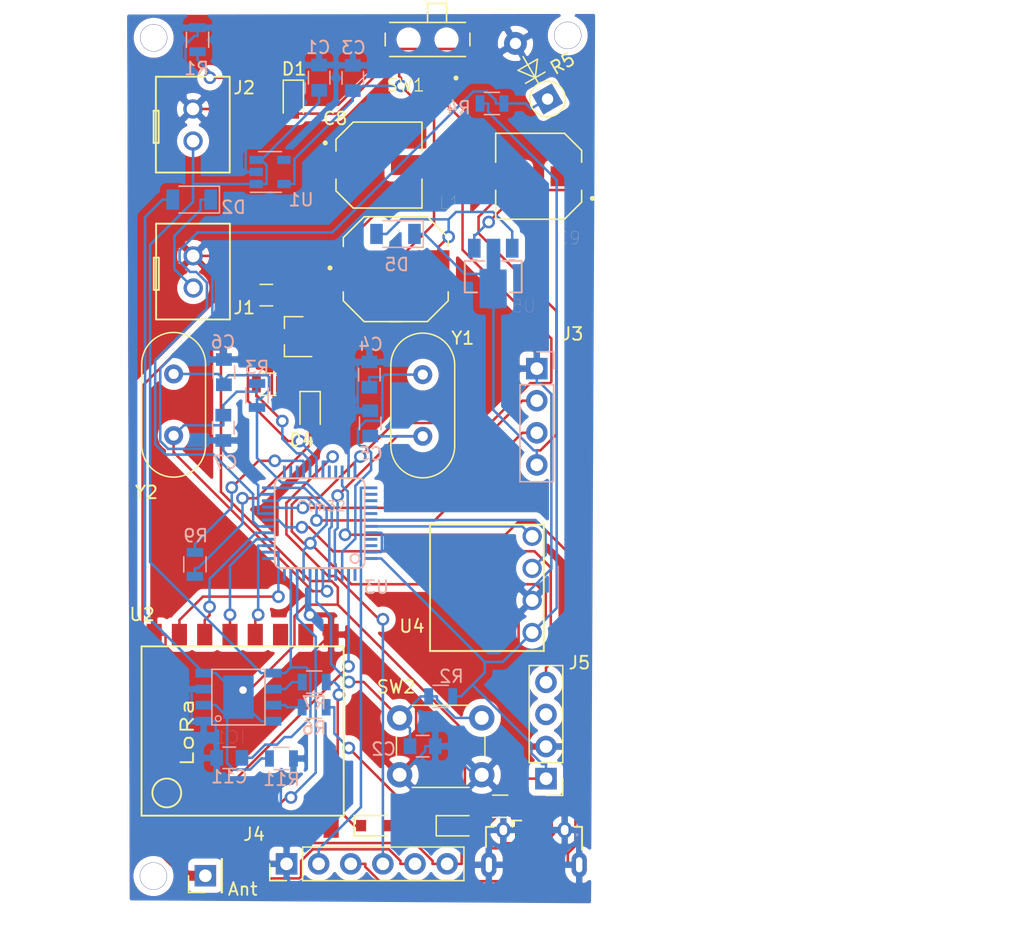
<source format=kicad_pcb>
(kicad_pcb (version 20171130) (host pcbnew 5.1.6-c6e7f7d~87~ubuntu18.04.1)
  (layers (0 F.Cu signal) (31 B.Cu signal) (34 B.Paste user) (35 F.Paste user) (36 B.SilkS user) (37 F.SilkS user) (38 B.Mask user) (39 F.Mask user) (44 Edge.Cuts user))
  (net 0 "")
  (net 1 "Net-(AE1-Pad1)")
  (net 2 /RESET)
  (net 3 /PC14)
  (net 4 /PC15)
  (net 5 /OSCIN)
  (net 6 /OSCOUT)
  (net 7 /Supply_Reg)
  (net 8 /BAT_IN)
  (net 9 /Solar_+ve)
  (net 10 /VCC3V3)
  (net 11 /SWIO)
  (net 12 /SWCLK)
  (net 13 /LDR_IN)
  (net 14 "Net-(U1-Pad4)")
  (net 15 /DIO0)
  (net 16 /NSS)
  (net 17 /MISO)
  (net 18 /MOSI)
  (net 19 /SCL)
  (net 20 /SDA)
  (net 21 /SCK)
  (net 22 "Net-(D1-Pad1)")
  (net 23 /Trig)
  (net 24 /EchoToStm32)
  (net 25 /Reset_LoRa)
  (net 26 "Net-(U2-Pad10)")
  (net 27 /GND)
  (net 28 "Net-(SW1-Pad1)")
  (net 29 "Net-(U2-Pad11)")
  (net 30 "Net-(U2-Pad8)")
  (net 31 "Net-(U2-Pad7)")
  (net 32 "Net-(U3-Pad38)")
  (net 33 "Net-(U3-Pad1)")
  (net 34 "Net-(U3-Pad26)")
  (net 35 "Net-(U3-Pad32)")
  (net 36 "Net-(U3-Pad33)")
  (net 37 "Net-(U3-Pad39)")
  (net 38 "Net-(U3-Pad40)")
  (net 39 "Net-(U3-Pad41)")
  (net 40 "Net-(U3-Pad25)")
  (net 41 "Net-(J5-Pad3)")
  (net 42 /Air_in)
  (net 43 "Net-(D4-Pad2)")
  (net 44 "Net-(R9-Pad2)")
  (net 45 /OUT_5V)
  (net 46 "Net-(D5-Pad2)")
  (net 47 "Net-(U2-Pad6)")
  (net 48 "Net-(U3-Pad12)")
  (net 49 "Net-(U3-Pad13)")
  (net 50 /RX)
  (net 51 /TX)
  (net 52 "Net-(U3-Pad27)")
  (net 53 "Net-(U3-Pad45)")
  (net 54 "Net-(U3-Pad46)")
  (net 55 "Net-(C9-Pad1)")
  (net 56 "Net-(C10-Pad1)")
  (net 57 "Net-(D3-Pad1)")
  (net 58 "Net-(D6-Pad1)")
  (net 59 "Net-(IC1-Pad7)")
  (net 60 "Net-(IC1-Pad6)")
  (net 61 "Net-(IC1-Pad2)")
  (net 62 /VCC_IN)
  (net 63 "Net-(Q1-Pad1)")
  (net 64 /Activate)
  (net 65 "Net-(J6-Pad4)")
  (net 66 "Net-(J6-Pad3)")
  (net 67 "Net-(J6-Pad2)")
  (net 68 "Net-(C8-Pad2)")
  (module Custom_Libraries:MountingHole1.5mm (layer F.Cu) (at 25.146 87.6376)
    (fp_text reference M3 hide)
    (fp_text value MountingHole_2.1mm hide)
    (pad "" thru_hole circle (at 0 0) (size 2.15 2.15) (drill 2.1) (layers *.Cu *.Mask))
  )
  (module Custom_Libraries:MountingHole1.5mm (layer F.Cu) (at 57.9196 21.0998)
    (fp_text reference M2 hide)
    (fp_text value MountingHole_2.1mm hide)
    (pad "" thru_hole circle (at 0 0) (size 2.15 2.15) (drill 2.1) (layers *.Cu *.Mask))
  )
  (module Custom_Libraries:MountingHole1.5mm (layer F.Cu) (at 25.1663 21.2928)
    (fp_text reference M1 hide)
    (fp_text value MountingHole_2.1mm hide)
    (pad "" thru_hole circle (at 0 0) (size 2.15 2.15) (drill 2.1) (layers *.Cu *.Mask))
  )
  (module Custom_Libraries:CAPAE660X550N (layer F.Cu) (at 42.9895 31.3639)
    (fp_text reference C8 (at -3.4671 -3.68554) (layer F.SilkS))
    (fp_text value "100 uF")
    (pad 2 smd rect (at 2.5 0) (size 3.11 1.58) (layers F.Cu F.Paste F.Mask) (net 68 "Net-(C8-Pad2)"))
    (pad 1 smd rect (at -2.5 0) (size 3.11 1.58) (layers F.Cu F.Paste F.Mask) (net 27 /GND))
  )
  (module Custom_Libraries:Conn_USBmicro-B_ebay-side_TH (layer F.Cu) (at 55.2526 86.741)
    (fp_text reference J6)
    (fp_text value USB3130-XX-X_REVD hide)
    (pad 6 thru_hole oval (at -3.575 0) (size 1.2 2) (drill oval 0.5 1.2) (layers *.Cu *.Mask F.Paste) (net 27 /GND))
    (pad "" smd rect (at 0 0) (size 2 2) (layers F.Cu F.Paste F.Mask))
    (pad 6 thru_hole oval (at 3.575 0) (size 1.2 2) (drill oval 0.5 1.2) (layers *.Cu *.Mask F.Paste) (net 27 /GND))
    (pad 1 smd rect (at -1.3 -2.675) (size 0.4 1.35) (layers F.Cu F.Paste F.Mask) (net 62 /VCC_IN))
    (pad 2 smd rect (at -0.65 -2.675) (size 0.4 1.35) (layers F.Cu F.Paste F.Mask) (net 67 "Net-(J6-Pad2)"))
    (pad 3 smd rect (at 0 -2.675) (size 0.4 1.35) (layers F.Cu F.Paste F.Mask) (net 66 "Net-(J6-Pad3)"))
    (pad 4 smd rect (at 0.65 -2.675) (size 0.4 1.35) (layers F.Cu F.Paste F.Mask) (net 65 "Net-(J6-Pad4)"))
    (pad 5 smd rect (at 1.3 -2.675) (size 0.4 1.35) (layers F.Cu F.Paste F.Mask) (net 27 /GND))
    (pad 6 thru_hole oval (at -2.425 -2.75) (size 1.1 1.3) (drill oval 0.6 0.8) (layers *.Cu *.Mask) (net 27 /GND))
    (pad 6 thru_hole oval (at 2.425 -2.75) (size 1.1 1.3) (drill oval 0.6 0.8) (layers *.Cu *.Mask) (net 27 /GND))
  )
  (module Custom_Libraries:Battery_holder (layer F.Cu) (at 29.7231 28.3743 270)
    (fp_text reference J2 (at -3.12928 -2.60858 180) (layer F.SilkS))
    (fp_text value Battery_input hide)
    (pad 1 thru_hole circle (at -1.45 1.45 270) (size 1.524 1.524) (drill 1) (layers *.Cu *.Mask) (net 27 /GND))
    (pad 2 thru_hole circle (at 1.09 1.44 270) (size 1.524 1.524) (drill 1) (layers *.Cu *.Mask) (net 8 /BAT_IN))
  )
  (module Custom_Libraries:Battery_holder (layer F.Cu) (at 29.7384 40.0025 270)
    (fp_text reference J1 (at 2.6543 -2.59842 180) (layer F.SilkS))
    (fp_text value Solar_input hide)
    (pad 1 thru_hole circle (at -1.45 1.45 270) (size 1.524 1.524) (drill 1) (layers *.Cu *.Mask) (net 27 /GND))
    (pad 2 thru_hole circle (at 1.09 1.44 270) (size 1.524 1.524) (drill 1) (layers *.Cu *.Mask) (net 9 /Solar_+ve))
  )
  (module Custom_Libraries:BME280 (layer F.Cu) (at 50.0275 65.8241)
    (fp_text reference U4 (at -4.43198 2.03706) (layer F.SilkS))
    (fp_text value BME_280)
    (pad 4 thru_hole circle (at 5.08 -5.08) (size 1.524 1.524) (drill 1) (layers *.Cu *.Mask) (net 20 /SDA))
    (pad 3 thru_hole circle (at 5.08 -2.54) (size 1.524 1.524) (drill 1) (layers *.Cu *.Mask) (net 19 /SCL))
    (pad 2 thru_hole circle (at 5.08 0) (size 1.524 1.524) (drill 1) (layers *.Cu *.Mask) (net 27 /GND))
    (pad 1 thru_hole circle (at 5.08 2.54) (size 1.524 1.524) (drill 1) (layers *.Cu *.Mask) (net 10 /VCC3V3))
  )
  (module Custom_Libraries:SOT89 (layer B.Cu) (at 52.0294 39.9437)
    (fp_text reference U5 (at 2.39522 2.58826 -180) (layer B.SilkS) (effects (font (thickness 0.015)) (justify mirror)))
    (fp_text value BL8530 hide)
    (pad 1 smd rect (at -1.5 -2) (size 1 1.5) (layers B.Cu B.Paste B.Mask) (net 55 "Net-(C9-Pad1)"))
    (pad 3 smd rect (at 1.5 -2) (size 1 1.5) (layers B.Cu B.Paste B.Mask) (net 46 "Net-(D5-Pad2)"))
    (pad 2 smd custom (at 0.01 0.03) (size 1 5.5) (layers B.Cu B.Paste B.Mask) (net 45 /OUT_5V) (options (clearance outline) (anchor rect)) (primitives (gr_poly (pts (xy 1 -0.29) (xy 0.5 -0.29) (xy 0.5 -2.73) (xy -0.46 -2.73) (xy -0.49 -2.74) (xy -0.48 -0.35) (xy -1.05 -0.35) (xy -1.05 2.66) (xy 1.01 2.66)) (width 0.1))))
  )
  (module Pin_Headers:Pin_Header_Straight_1x06_Pitch2.54mm (layer F.Cu) (at 35.6794 86.6699 90)
    (fp_text reference J4 (at 2.33934 -2.56794 180) (layer F.SilkS))
    (fp_text value Conn_01x06_Female hide)
    (pad 1 thru_hole rect (at 0 0 90) (size 1.7 1.7) (drill 1) (layers *.Cu *.Mask) (net 27 /GND))
    (pad 2 thru_hole oval (at 0 2.54 90) (size 1.7 1.7) (drill 1) (layers *.Cu *.Mask) (net 12 /SWCLK))
    (pad 3 thru_hole oval (at 0 5.08 90) (size 1.7 1.7) (drill 1) (layers *.Cu *.Mask) (net 11 /SWIO))
    (pad 4 thru_hole oval (at 0 7.62 90) (size 1.7 1.7) (drill 1) (layers *.Cu *.Mask) (net 50 /RX))
    (pad 5 thru_hole oval (at 0 10.16 90) (size 1.7 1.7) (drill 1) (layers *.Cu *.Mask) (net 51 /TX))
    (pad 6 thru_hole oval (at 0 12.7 90) (size 1.7 1.7) (drill 1) (layers *.Cu *.Mask) (net 10 /VCC3V3))
  )
  (module "Custom_Libraries:STM32(LQFP48)" (layer B.Cu) (at 38.8061 60.2158 90)
    (fp_text reference U3 (at -4.5593 3.98018 180) (layer B.SilkS) (effects (justify mirror)))
    (fp_text value STM32 hide)
    (pad 38 smd rect (at 2.794 3.556 90) (size 0.23 1) (layers B.Cu B.Adhes B.Paste B.Mask) (net 32 "Net-(U3-Pad38)"))
    (pad 1 smd rect (at -3.556 2.286 90) (size 1 0.23) (layers B.Cu B.Adhes B.Paste B.Mask) (net 33 "Net-(U3-Pad1)"))
    (pad 2 smd rect (at -3.556 1.778 90) (size 1 0.23) (layers B.Cu B.Adhes B.Paste B.Mask) (net 25 /Reset_LoRa))
    (pad 3 smd rect (at -3.556 1.27 90) (size 1 0.23) (layers B.Cu B.Adhes B.Paste B.Mask) (net 3 /PC14))
    (pad 4 smd rect (at -3.556 0.762 90) (size 1 0.23) (layers B.Cu B.Adhes B.Paste B.Mask) (net 4 /PC15))
    (pad 5 smd rect (at -3.556 0.254 90) (size 1 0.23) (layers B.Cu B.Adhes B.Paste B.Mask) (net 5 /OSCIN))
    (pad 6 smd rect (at -3.556 -0.254 90) (size 1 0.23) (layers B.Cu B.Adhes B.Paste B.Mask) (net 6 /OSCOUT))
    (pad 7 smd rect (at -3.556 -0.762 90) (size 1 0.23) (layers B.Cu B.Adhes B.Paste B.Mask) (net 2 /RESET))
    (pad 8 smd rect (at -3.556 -1.27 90) (size 1 0.23) (layers B.Cu B.Adhes B.Paste B.Mask) (net 27 /GND))
    (pad 9 smd rect (at -3.556 -1.778 90) (size 1 0.23) (layers B.Cu B.Adhes B.Paste B.Mask) (net 10 /VCC3V3))
    (pad 10 smd rect (at -3.556 -2.286 90) (size 1 0.23) (layers B.Cu B.Adhes B.Paste B.Mask) (net 15 /DIO0))
    (pad 11 smd rect (at -3.556 -2.794 90) (size 1 0.23) (layers B.Cu B.Adhes B.Paste B.Mask) (net 8 /BAT_IN))
    (pad 12 smd rect (at -3.556 -3.302 90) (size 1 0.23) (layers B.Cu B.Adhes B.Paste B.Mask) (net 48 "Net-(U3-Pad12)"))
    (pad 13 smd rect (at -2.286 -4.572 90) (size 0.23 1) (layers B.Cu B.Adhes B.Paste B.Mask) (net 49 "Net-(U3-Pad13)"))
    (pad 14 smd rect (at -1.778 -4.572 90) (size 0.23 1) (layers B.Cu B.Adhes B.Paste B.Mask) (net 16 /NSS))
    (pad 16 smd rect (at -0.762 -4.572 90) (size 0.23 1) (layers B.Cu B.Adhes B.Paste B.Mask) (net 17 /MISO))
    (pad 17 smd rect (at -0.254 -4.572 90) (size 0.23 1) (layers B.Cu B.Adhes B.Paste B.Mask) (net 18 /MOSI))
    (pad 18 smd rect (at 0.254 -4.572 90) (size 0.23 1) (layers B.Cu B.Adhes B.Paste B.Mask) (net 13 /LDR_IN))
    (pad 19 smd rect (at 0.762 -4.572 90) (size 0.23 1) (layers B.Cu B.Adhes B.Paste B.Mask) (net 42 /Air_in))
    (pad 20 smd rect (at 1.27 -4.572 90) (size 0.23 1) (layers B.Cu B.Adhes B.Paste B.Mask) (net 27 /GND))
    (pad 21 smd rect (at 1.778 -4.572 90) (size 0.23 1) (layers B.Cu B.Adhes B.Paste B.Mask) (net 24 /EchoToStm32))
    (pad 22 smd rect (at 2.286 -4.572 90) (size 0.23 1) (layers B.Cu B.Adhes B.Paste B.Mask) (net 23 /Trig))
    (pad 23 smd rect (at 2.794 -4.572 90) (size 0.23 1) (layers B.Cu B.Adhes B.Paste B.Mask) (net 27 /GND))
    (pad 24 smd rect (at 3.302 -4.572 90) (size 0.23 1) (layers B.Cu B.Adhes B.Paste B.Mask) (net 10 /VCC3V3))
    (pad 26 smd rect (at 4.572 -2.794 90) (size 1 0.23) (layers B.Cu B.Adhes B.Paste B.Mask) (net 34 "Net-(U3-Pad26)"))
    (pad 27 smd rect (at 4.572 -2.286 90) (size 1 0.23) (layers B.Cu B.Adhes B.Paste B.Mask) (net 52 "Net-(U3-Pad27)"))
    (pad 28 smd rect (at 4.572 -1.778 90) (size 1 0.23) (layers B.Cu B.Adhes B.Paste B.Mask) (net 44 "Net-(R9-Pad2)"))
    (pad 29 smd rect (at 4.572 -1.27 90) (size 1 0.23) (layers B.Cu B.Adhes B.Paste B.Mask) (net 64 /Activate))
    (pad 30 smd rect (at 4.572 -0.762 90) (size 1 0.23) (layers B.Cu B.Adhes B.Paste B.Mask) (net 51 /TX))
    (pad 31 smd rect (at 4.572 -0.254 90) (size 1 0.23) (layers B.Cu B.Adhes B.Paste B.Mask) (net 50 /RX))
    (pad 32 smd rect (at 4.572 0.254 90) (size 1 0.23) (layers B.Cu B.Adhes B.Paste B.Mask) (net 35 "Net-(U3-Pad32)"))
    (pad 33 smd rect (at 4.572 0.762 90) (size 1 0.23) (layers B.Cu B.Adhes B.Paste B.Mask) (net 36 "Net-(U3-Pad33)"))
    (pad 34 smd rect (at 4.572 1.27 90) (size 1 0.23) (layers B.Cu B.Adhes B.Paste B.Mask) (net 11 /SWIO))
    (pad 35 smd rect (at 4.572 1.778 90) (size 1 0.23) (layers B.Cu B.Adhes B.Paste B.Mask) (net 27 /GND))
    (pad 36 smd rect (at 4.572 2.286 90) (size 1 0.23) (layers B.Cu B.Adhes B.Paste B.Mask) (net 10 /VCC3V3))
    (pad 37 smd rect (at 3.302 3.556 90) (size 0.23 1) (layers B.Cu B.Adhes B.Paste B.Mask) (net 12 /SWCLK))
    (pad 39 smd rect (at 2.286 3.556 90) (size 0.23 1) (layers B.Cu B.Adhes B.Paste B.Mask) (net 37 "Net-(U3-Pad39)"))
    (pad 40 smd rect (at 1.778 3.556 90) (size 0.23 1) (layers B.Cu B.Adhes B.Paste B.Mask) (net 38 "Net-(U3-Pad40)"))
    (pad 41 smd rect (at 1.27 3.556 90) (size 0.23 1) (layers B.Cu B.Adhes B.Paste B.Mask) (net 39 "Net-(U3-Pad41)"))
    (pad 42 smd rect (at 0.762 3.556 90) (size 0.23 1) (layers B.Cu B.Adhes B.Paste B.Mask) (net 19 /SCL))
    (pad 43 smd rect (at 0.254 3.556 90) (size 0.23 1) (layers B.Cu B.Adhes B.Paste B.Mask) (net 20 /SDA))
    (pad 44 smd rect (at -0.254 3.556 90) (size 0.23 1) (layers B.Cu B.Adhes B.Paste B.Mask) (net 27 /GND))
    (pad 45 smd rect (at -0.762 3.556 90) (size 0.23 1) (layers B.Cu B.Adhes B.Paste B.Mask) (net 53 "Net-(U3-Pad45)"))
    (pad 46 smd rect (at -1.27 3.556 90) (size 0.23 1) (layers B.Cu B.Adhes B.Paste B.Mask) (net 54 "Net-(U3-Pad46)"))
    (pad 47 smd rect (at -1.778 3.556 90) (size 0.23 1) (layers B.Cu B.Adhes B.Paste B.Mask) (net 27 /GND))
    (pad 48 smd rect (at -2.286 3.556 90) (size 0.23 1) (layers B.Cu B.Adhes B.Paste B.Mask) (net 10 /VCC3V3))
    (pad 25 smd rect (at 4.572 -3.302 90) (size 1 0.23) (layers B.Cu B.Adhes B.Paste B.Mask) (net 40 "Net-(U3-Pad25)"))
    (pad 15 smd rect (at -1.27 -4.572 90) (size 0.23 1) (layers B.Cu B.Adhes B.Paste B.Mask) (net 21 /SCK))
  )
  (module Custom_Libraries:SW_MLL1200S (layer F.Cu) (at 46.8325 21.4249 180)
    (fp_text reference SW1 (at 1.7399 -3.61696) (layer F.SilkS) (effects (font (size 1.000228 1.000228) (thickness 0.1))))
    (fp_text value MLL1200S hide)
    (pad G4 smd rect (at 3.75 1.15 180) (size 1 0.8) (layers F.Cu F.Paste F.Mask))
    (pad G2 smd rect (at 3.75 -1.15 180) (size 1 0.8) (layers F.Cu F.Paste F.Mask) (net 27 /GND))
    (pad G3 smd rect (at -3.75 1.15 180) (size 1 0.8) (layers F.Cu F.Paste F.Mask) (net 27 /GND))
    (pad G1 smd rect (at -3.75 -1.15 180) (size 1 0.8) (layers F.Cu F.Paste F.Mask) (net 27 /GND))
    (pad 3 smd rect (at 2.25 -2.05 180) (size 0.7 1.1) (layers F.Cu F.Paste F.Mask) (net 7 /Supply_Reg))
    (pad 2 smd rect (at 0.75 -2.05 180) (size 0.7 1.1) (layers F.Cu F.Paste F.Mask) (net 10 /VCC3V3))
    (pad 1 smd rect (at -2.25 -2.05 180) (size 0.7 1.1) (layers F.Cu F.Paste F.Mask) (net 28 "Net-(SW1-Pad1)"))
    (pad None np_thru_hole circle (at 1.5 0 180) (size 0.9 0.9) (drill 0.9) (layers *.Cu *.Mask))
    (pad "" np_thru_hole circle (at -1.5 0 180) (size 0.9 0.9) (drill 0.9) (layers *.Cu *.Mask))
  )
  (module Resistors_SMD:R_0805 (layer B.Cu) (at 28.4277 62.9691 90)
    (fp_text reference R9 (at 2.26568 0.0635 180) (layer B.SilkS) (effects (justify mirror)))
    (fp_text value "510 R" hide)
    (pad 1 smd rect (at -0.95 0 90) (size 0.7 1.3) (layers B.Cu B.Paste B.Mask) (net 43 "Net-(D4-Pad2)"))
    (pad 2 smd rect (at 0.95 0 90) (size 0.7 1.3) (layers B.Cu B.Paste B.Mask) (net 44 "Net-(R9-Pad2)"))
  )
  (module Diodes_SMD:D_0805 (layer F.Cu) (at 37.5412 50.8838 270)
    (fp_text reference D4 (at 2.23266 0.67056 180) (layer F.SilkS))
    (fp_text value Bat_Low hide)
    (pad 1 smd rect (at -1.05 0 270) (size 0.8 0.9) (layers F.Cu F.Paste F.Mask) (net 27 /GND))
    (pad 2 smd rect (at 1.05 0 270) (size 0.8 0.9) (layers F.Cu F.Paste F.Mask) (net 43 "Net-(D4-Pad2)"))
  )
  (module Pin_Headers:Pin_Header_Straight_1x04_Pitch2.54mm (layer F.Cu) (at 56.2 79.9262 180)
    (fp_text reference J5 (at -2.6416 9.17194) (layer F.SilkS))
    (fp_text value Airquality hide)
    (pad 1 thru_hole rect (at 0 0 180) (size 1.7 1.7) (drill 1) (layers *.Cu *.Mask) (net 10 /VCC3V3))
    (pad 2 thru_hole oval (at 0 2.54 180) (size 1.7 1.7) (drill 1) (layers *.Cu *.Mask) (net 27 /GND))
    (pad 3 thru_hole oval (at 0 5.08 180) (size 1.7 1.7) (drill 1) (layers *.Cu *.Mask) (net 41 "Net-(J5-Pad3)"))
    (pad 4 thru_hole oval (at 0 7.62 180) (size 1.7 1.7) (drill 1) (layers *.Cu *.Mask) (net 42 /Air_in))
  )
  (module Diodes_SMD:D_1206 (layer B.Cu) (at 28.1737 34.097 180)
    (fp_text reference D2 (at -3.30708 -0.60706 180) (layer B.SilkS) (effects (justify mirror)))
    (fp_text value IN4007 hide)
    (pad 1 smd rect (at -1.5 0 180) (size 1 1.6) (layers B.Cu B.Paste B.Mask) (net 9 /Solar_+ve))
    (pad 2 smd rect (at 1.5 0 180) (size 1 1.6) (layers B.Cu B.Paste B.Mask) (net 56 "Net-(C10-Pad1)"))
  )
  (module Custom_Libraries:LoRa (layer F.Cu) (at 32.2047 80.2564 90)
    (fp_text reference U2 (at 13.3274 -7.95278 180) (layer F.SilkS))
    (fp_text value LoRa (at 3.99 -4.38 90) (layer F.SilkS) (effects (font (size 1 1.5))))
    (pad 16 smd rect (at 11.73 -7 90) (size 1.7 1.2) (layers F.Cu F.Adhes F.Paste F.Mask) (net 27 /GND))
    (pad 15 smd rect (at 11.73 -5 90) (size 1.7 1.2) (layers F.Cu F.Adhes F.Paste F.Mask) (net 16 /NSS))
    (pad 14 smd rect (at 11.73 -3 90) (size 1.7 1.2) (layers F.Cu F.Adhes F.Paste F.Mask) (net 18 /MOSI))
    (pad 13 smd rect (at 11.73 -1 90) (size 1.7 1.2) (layers F.Cu F.Adhes F.Paste F.Mask) (net 17 /MISO))
    (pad 12 smd rect (at 11.73 1 90) (size 1.7 1.2) (layers F.Cu F.Adhes F.Paste F.Mask) (net 21 /SCK))
    (pad 11 smd rect (at 11.73 3 90) (size 1.7 1.2) (layers F.Cu F.Adhes F.Paste F.Mask) (net 29 "Net-(U2-Pad11)"))
    (pad 10 smd rect (at 11.73 5 90) (size 1.7 1.2) (layers F.Cu F.Adhes F.Paste F.Mask) (net 26 "Net-(U2-Pad10)"))
    (pad 9 smd rect (at 11.73 7 90) (size 1.7 1.2) (layers F.Cu F.Adhes F.Paste F.Mask) (net 27 /GND))
    (pad 8 smd rect (at -3.5 7 90) (size 1.7 1.2) (layers F.Cu F.Adhes F.Paste F.Mask) (net 30 "Net-(U2-Pad8)"))
    (pad 7 smd rect (at -3.5 5 90) (size 1.7 1.2) (layers F.Cu F.Adhes F.Paste F.Mask) (net 31 "Net-(U2-Pad7)"))
    (pad 6 smd rect (at -3.5 3 90) (size 1.7 1.2) (layers F.Cu F.Adhes F.Paste F.Mask) (net 47 "Net-(U2-Pad6)"))
    (pad 5 smd rect (at -3.5 1 90) (size 1.7 1.2) (layers F.Cu F.Adhes F.Paste F.Mask) (net 15 /DIO0))
    (pad 4 smd rect (at -3.5 -1 90) (size 1.7 1.2) (layers F.Cu F.Adhes F.Paste F.Mask) (net 25 /Reset_LoRa))
    (pad 3 smd rect (at -3.5 -3 90) (size 1.7 1.2) (layers F.Cu F.Adhes F.Paste F.Mask) (net 10 /VCC3V3))
    (pad 2 smd rect (at -3.5 -5 90) (size 1.7 1.2) (layers F.Cu F.Adhes F.Paste F.Mask) (net 27 /GND))
    (pad 1 smd rect (at -3.5 -7 90) (size 1.7 1.2) (layers F.Cu F.Adhes F.Paste F.Mask) (net 1 "Net-(AE1-Pad1)"))
  )
  (module Pin_Headers:Pin_Header_Straight_1x01_Pitch2.54mm (layer F.Cu) (at 29.2557 87.6097 90)
    (fp_text reference AE1 hide)
    (fp_text value Antenna hide)
    (pad 1 thru_hole rect (at 0 0 90) (size 1.7 1.7) (drill 1) (layers *.Cu *.Mask) (net 1 "Net-(AE1-Pad1)"))
  )
  (module Pin_Headers:Pin_Header_Straight_1x04_Pitch2.54mm (layer B.Cu) (at 55.4736 47.4751 180)
    (fp_text reference J3 (at -2.82706 2.74308) (layer F.SilkS))
    (fp_text value "Distance /" hide)
    (pad 1 thru_hole rect (at 0 0 180) (size 1.7 1.7) (drill 1) (layers *.Cu *.Mask) (net 27 /GND))
    (pad 2 thru_hole oval (at 0 -2.54 180) (size 1.7 1.7) (drill 1) (layers *.Cu *.Mask) (net 24 /EchoToStm32))
    (pad 3 thru_hole oval (at 0 -5.08 180) (size 1.7 1.7) (drill 1) (layers *.Cu *.Mask) (net 23 /Trig))
    (pad 4 thru_hole oval (at 0 -7.62 180) (size 1.7 1.7) (drill 1) (layers *.Cu *.Mask) (net 45 /OUT_5V))
  )
  (module Capacitors_SMD:C_0805 (layer B.Cu) (at 46.4439 77.3557 180)
    (fp_text reference C2 (at 3.08864 -0.23368) (layer B.SilkS) (effects (justify mirror)))
    (fp_text value 1.0uf hide)
    (pad 1 smd rect (at -1 0 180) (size 1 1.25) (layers B.Cu B.Paste B.Mask) (net 27 /GND))
    (pad 2 smd rect (at 1 0 180) (size 1 1.25) (layers B.Cu B.Paste B.Mask) (net 2 /RESET))
  )
  (module Capacitors_SMD:C_0805 (layer B.Cu) (at 42.2275 47.9476 90)
    (fp_text reference C4 (at 2.39014 0.10414 180) (layer B.SilkS) (effects (justify mirror)))
    (fp_text value 20pf hide)
    (pad 1 smd rect (at -1 0 90) (size 1 1.25) (layers B.Cu B.Paste B.Mask) (net 3 /PC14))
    (pad 2 smd rect (at 1 0 90) (size 1 1.25) (layers B.Cu B.Paste B.Mask) (net 27 /GND))
  )
  (module Capacitors_SMD:C_0805 (layer B.Cu) (at 42.2961 51.8058 90)
    (fp_text reference C5 (at -2.41554 0.03556 180) (layer B.SilkS) (effects (justify mirror)))
    (fp_text value 20pf hide)
    (pad 2 smd rect (at 1 0 90) (size 1 1.25) (layers B.Cu B.Paste B.Mask) (net 27 /GND))
    (pad 1 smd rect (at -1 0 90) (size 1 1.25) (layers B.Cu B.Paste B.Mask) (net 4 /PC15))
  )
  (module Capacitors_SMD:C_0805 (layer B.Cu) (at 30.7238 47.752 90)
    (fp_text reference C6 (at 2.3876 -0.07366 180) (layer B.SilkS) (effects (justify mirror)))
    (fp_text value 20pf hide)
    (pad 2 smd rect (at 1 0 90) (size 1 1.25) (layers B.Cu B.Paste B.Mask) (net 27 /GND))
    (pad 1 smd rect (at -1 0 90) (size 1 1.25) (layers B.Cu B.Paste B.Mask) (net 5 /OSCIN))
  )
  (module Capacitors_SMD:C_0805 (layer B.Cu) (at 30.6781 52.1589 270)
    (fp_text reference C7 (at 2.73558 -0.15494 180) (layer B.SilkS) (effects (justify mirror)))
    (fp_text value 20pf hide)
    (pad 1 smd rect (at -1 0 270) (size 1 1.25) (layers B.Cu B.Paste B.Mask) (net 6 /OSCOUT))
    (pad 2 smd rect (at 1 0 270) (size 1 1.25) (layers B.Cu B.Paste B.Mask) (net 27 /GND))
  )
  (module Capacitors_SMD:C_0805 (layer B.Cu) (at 38.2575 24.4475 270)
    (fp_text reference C1 (at -2.39268 0.08128 180) (layer B.SilkS) (effects (justify mirror)))
    (fp_text value "100 nf" hide)
    (pad 2 smd rect (at 1 0 270) (size 1 1.25) (layers B.Cu B.Paste B.Mask) (net 8 /BAT_IN))
    (pad 1 smd rect (at -1 0 270) (size 1 1.25) (layers B.Cu B.Paste B.Mask) (net 27 /GND))
  )
  (module Capacitors_SMD:C_0805 (layer B.Cu) (at 40.9143 24.4696 270)
    (fp_text reference C3 (at -2.38938 -0.05842 180) (layer B.SilkS) (effects (justify mirror)))
    (fp_text value "100 nf" hide)
    (pad 2 smd rect (at 1 0 270) (size 1 1.25) (layers B.Cu B.Paste B.Mask) (net 7 /Supply_Reg))
    (pad 1 smd rect (at -1 0 270) (size 1 1.25) (layers B.Cu B.Paste B.Mask) (net 27 /GND))
  )
  (module Diodes_SMD:D_0805 (layer F.Cu) (at 36.215 26.2433 270)
    (fp_text reference D1 (at -2.48416 -0.05318 180) (layer F.SilkS))
    (fp_text value Pwr_L.E.D hide)
    (pad 1 smd rect (at -1.05 0 270) (size 0.8 0.9) (layers F.Cu F.Paste F.Mask) (net 22 "Net-(D1-Pad1)"))
    (pad 2 smd rect (at 1.05 0 270) (size 0.8 0.9) (layers F.Cu F.Paste F.Mask) (net 10 /VCC3V3))
  )
  (module Resistors_SMD:R_0805 (layer B.Cu) (at 47.8714 73.4187 180)
    (fp_text reference R2 (at -0.84836 1.5875 180) (layer B.SilkS) (effects (justify mirror)))
    (fp_text value 10K hide)
    (pad 2 smd rect (at 0.95 0 180) (size 0.7 1.3) (layers B.Cu B.Paste B.Mask) (net 2 /RESET))
    (pad 1 smd rect (at -0.95 0 180) (size 0.7 1.3) (layers B.Cu B.Paste B.Mask) (net 10 /VCC3V3))
  )
  (module Resistors_SMD:R_0805 (layer B.Cu) (at 33.34 49.5986 90)
    (fp_text reference R3 (at 2.2098 -0.00254) (layer B.SilkS) (effects (justify mirror)))
    (fp_text value 1M hide)
    (pad 1 smd rect (at -0.95 0 90) (size 0.7 1.3) (layers B.Cu B.Paste B.Mask) (net 5 /OSCIN))
    (pad 2 smd rect (at 0.95 0 90) (size 0.7 1.3) (layers B.Cu B.Paste B.Mask) (net 6 /OSCOUT))
  )
  (module Resistors_SMD:R_0805 (layer B.Cu) (at 28.6385 21.4401 90)
    (fp_text reference R1 (at -2.28346 -0.08128 180) (layer B.SilkS) (effects (justify mirror)))
    (fp_text value "510 R" hide)
    (pad 2 smd rect (at 0.95 0 90) (size 0.7 1.3) (layers B.Cu B.Paste B.Mask) (net 27 /GND))
    (pad 1 smd rect (at -0.95 0 90) (size 0.7 1.3) (layers B.Cu B.Paste B.Mask) (net 22 "Net-(D1-Pad1)"))
  )
  (module Resistors_SMD:R_0805 (layer B.Cu) (at 51.9252 26.4897 180)
    (fp_text reference R4 (at 2.65176 -0.33782) (layer B.SilkS) (effects (justify mirror)))
    (fp_text value 10K hide)
    (pad 1 smd rect (at -0.95 0 180) (size 0.7 1.3) (layers B.Cu B.Paste B.Mask) (net 13 /LDR_IN))
    (pad 2 smd rect (at 0.95 0 180) (size 0.7 1.3) (layers B.Cu B.Paste B.Mask) (net 10 /VCC3V3))
  )
  (module Diodes_THT:D_A-405_P5.08mm_Vertical_AnodeUp (layer F.Cu) (at 56.3245 26.1366 120)
    (fp_text reference R5 (at 1.835384 2.429342 30) (layer F.SilkS))
    (fp_text value LDR hide)
    (pad 2 thru_hole oval (at 5.08 0 120) (size 1.8 1.8) (drill 0.9) (layers *.Cu *.Mask) (net 27 /GND))
    (pad 1 thru_hole rect (at 0 0 120) (size 1.8 1.8) (drill 0.9) (layers *.Cu *.Mask) (net 13 /LDR_IN))
  )
  (module TO_SOT_Packages_SMD:SOT-23-5 (layer B.Cu) (at 34.3713 31.91)
    (fp_text reference U1 (at 2.45364 2.20218) (layer B.SilkS) (effects (justify mirror)))
    (fp_text value APK2112.K-3.3 hide)
    (pad 1 smd rect (at -1.1 0.95) (size 1.06 0.65) (layers B.Cu B.Paste B.Mask) (net 8 /BAT_IN))
    (pad 2 smd rect (at -1.1 0) (size 1.06 0.65) (layers B.Cu B.Paste B.Mask) (net 27 /GND))
    (pad 3 smd rect (at -1.1 -0.95) (size 1.06 0.65) (layers B.Cu B.Paste B.Mask) (net 8 /BAT_IN))
    (pad 4 smd rect (at 1.1 -0.95) (size 1.06 0.65) (layers B.Cu B.Paste B.Mask) (net 14 "Net-(U1-Pad4)"))
    (pad 5 smd rect (at 1.1 0.95) (size 1.06 0.65) (layers B.Cu B.Paste B.Mask) (net 7 /Supply_Reg))
  )
  (module Crystals:Crystal_HC49-4H_Vertical (layer F.Cu) (at 46.4541 47.9501 270)
    (fp_text reference Y1 (at -2.89052 -3.16738 180) (layer F.SilkS))
    (fp_text value 32.768K hide)
    (pad 2 thru_hole circle (at 4.88 0 270) (size 1.5 1.5) (drill 0.8) (layers *.Cu *.Mask) (net 4 /PC15))
    (pad 1 thru_hole circle (at 0 0 270) (size 1.5 1.5) (drill 0.8) (layers *.Cu *.Mask) (net 3 /PC14))
  )
  (module Crystals:Crystal_HC49-4H_Vertical (layer F.Cu) (at 26.7462 47.8968 270)
    (fp_text reference Y2 (at 9.37258 2.14884 unlocked) (layer F.SilkS))
    (fp_text value 8Mhz hide)
    (pad 1 thru_hole circle (at 0 0 270) (size 1.5 1.5) (drill 0.8) (layers *.Cu *.Mask) (net 5 /OSCIN))
    (pad 2 thru_hole circle (at 4.88 0 270) (size 1.5 1.5) (drill 0.8) (layers *.Cu *.Mask) (net 6 /OSCOUT))
  )
  (module Buttons_Switches_THT:SW_PUSH_6mm_h5mm (layer F.Cu) (at 51.12 79.6188 180)
    (fp_text reference SW2 (at 6.77418 6.95452) (layer F.SilkS))
    (fp_text value SW_Push hide)
    (pad 1 thru_hole circle (at 6.5 0 270) (size 2 2) (drill 1.1) (layers *.Cu *.Mask) (net 27 /GND))
    (pad 2 thru_hole circle (at 6.5 4.5 270) (size 2 2) (drill 1.1) (layers *.Cu *.Mask) (net 2 /RESET))
    (pad 1 thru_hole circle (at 0 0 270) (size 2 2) (drill 1.1) (layers *.Cu *.Mask) (net 27 /GND))
    (pad 2 thru_hole circle (at 0 4.5 270) (size 2 2) (drill 1.1) (layers *.Cu *.Mask) (net 2 /RESET))
  )
  (module Custom_Libraries:CAPAE660X550N (layer F.Cu) (at 55.6209 32.2504 180)
    (fp_text reference C9 (at -2.3622 -4.89458) (layer F.SilkS) (effects (font (thickness 0.015))))
    (fp_text value "100 uF" hide)
    (pad 1 smd rect (at -2.5 0 180) (size 3.11 1.58) (layers F.Cu F.Paste F.Mask) (net 55 "Net-(C9-Pad1)"))
    (pad 2 smd rect (at 2.5 0 180) (size 3.11 1.58) (layers F.Cu F.Paste F.Mask) (net 45 /OUT_5V))
  )
  (module Diodes_SMD:D_1206 (layer B.Cu) (at 44.2951 36.8148 180)
    (fp_text reference D5 (at -0.09398 -2.42316) (layer B.SilkS) (effects (justify mirror)))
    (fp_text value SS14 hide)
    (pad 2 smd rect (at 1.5 0 180) (size 1 1.6) (layers B.Cu B.Paste B.Mask) (net 46 "Net-(D5-Pad2)"))
    (pad 1 smd rect (at -1.5 0 180) (size 1 1.6) (layers B.Cu B.Paste B.Mask) (net 45 /OUT_5V))
  )
  (module Custom_Libraries:IND_1248AS-H-220M=P3 (layer F.Cu) (at 44.3154 39.6037)
    (fp_text reference L1 (at 4.2672 -5.26796) (layer F.SilkS) (effects (font (thickness 0.015))))
    (fp_text value Inductor_22uH hide)
    (pad 1 smd rect (at -3.375 0) (size 1.75 3) (layers F.Cu F.Paste F.Mask) (net 68 "Net-(C8-Pad2)"))
    (pad 2 smd rect (at 3.375 0) (size 1.75 3) (layers F.Cu F.Paste F.Mask) (net 46 "Net-(D5-Pad2)"))
  )
  (module Capacitors_SMD:C_0805 (layer F.Cu) (at 34.0766 41.6585)
    (fp_text reference C10)
    (fp_text value 10uf hide)
    (pad 1 smd rect (at -1 0) (size 1 1.25) (layers F.Cu F.Paste F.Mask) (net 56 "Net-(C10-Pad1)"))
    (pad 2 smd rect (at 1 0) (size 1 1.25) (layers F.Cu F.Paste F.Mask) (net 27 /GND))
  )
  (module Capacitors_SMD:C_0805 (layer B.Cu) (at 31.148 78.2803)
    (fp_text reference C11 (at 0 1.5) (layer B.SilkS) (effects (justify mirror)))
    (fp_text value 10uf hide)
    (pad 2 smd rect (at 1 0) (size 1 1.25) (layers B.Cu B.Paste B.Mask) (net 8 /BAT_IN))
    (pad 1 smd rect (at -1 0) (size 1 1.25) (layers B.Cu B.Paste B.Mask) (net 27 /GND))
  )
  (module Diodes_SMD:D_0805 (layer F.Cu) (at 49.116 83.6574)
    (fp_text reference D3)
    (fp_text value Pwr_L.E.D hide)
    (pad 1 smd rect (at -1.05 0) (size 0.8 0.9) (layers F.Cu F.Paste F.Mask) (net 57 "Net-(D3-Pad1)"))
    (pad 2 smd rect (at 1.05 0) (size 0.8 0.9) (layers F.Cu F.Paste F.Mask) (net 56 "Net-(C10-Pad1)"))
  )
  (module Diodes_SMD:D_0805 (layer F.Cu) (at 42.6237 83.6447)
    (fp_text reference D6)
    (fp_text value Pwr_L.E.D hide)
    (pad 2 smd rect (at 1.05 0) (size 0.8 0.9) (layers F.Cu F.Paste F.Mask) (net 56 "Net-(C10-Pad1)"))
    (pad 1 smd rect (at -1.05 0) (size 0.8 0.9) (layers F.Cu F.Paste F.Mask) (net 58 "Net-(D6-Pad1)"))
  )
  (module Custom_Libraries:SOP-8 (layer B.Cu) (at 31.8719 73.4746)
    (fp_text reference IC1 (at -0.63517 3.1759) (layer B.SilkS) (effects (font (size 1.000283 1.000283) (thickness 0.015)) (justify mirror)))
    (fp_text value TP4056 hide)
    (fp_poly (pts (xy -1.20026 1.7) (xy 1.2 1.7) (xy 1.2 -1.70037) (xy -1.20026 -1.70037)) (layer B.Cu) (width 0.01))
    (pad 7 smd rect (at 2.75 0.635) (size 1.3 0.7) (layers B.Cu B.Paste B.Mask) (net 59 "Net-(IC1-Pad7)"))
    (pad 8 smd rect (at 2.75 1.905) (size 1.3 0.7) (layers B.Cu B.Paste B.Mask) (net 56 "Net-(C10-Pad1)"))
    (pad 6 smd rect (at 2.75 -0.635) (size 1.3 0.7) (layers B.Cu B.Paste B.Mask) (net 60 "Net-(IC1-Pad6)"))
    (pad 5 smd rect (at 2.75 -1.905) (size 1.3 0.7) (layers B.Cu B.Paste B.Mask) (net 8 /BAT_IN))
    (pad 2 smd rect (at -2.75 0.635) (size 1.3 0.7) (layers B.Cu B.Paste B.Mask) (net 61 "Net-(IC1-Pad2)"))
    (pad 1 smd rect (at -2.75 1.905) (size 1.3 0.7) (layers B.Cu B.Paste B.Mask) (net 27 /GND))
    (pad 3 smd rect (at -2.75 -0.635) (size 1.3 0.7) (layers B.Cu B.Paste B.Mask) (net 27 /GND))
    (pad 4 smd rect (at -2.75 -1.905) (size 1.3 0.7) (layers B.Cu B.Paste B.Mask) (net 56 "Net-(C10-Pad1)"))
  )
  (module Custom_Libraries:BC547-SOT23 (layer F.Cu) (at 36.2687 44.9428 180)
    (fp_text reference Q1)
    (fp_text value BC547 hide)
    (pad 1 smd rect (at -1 -0.95 180) (size 0.9 0.8) (layers F.Cu F.Paste F.Mask) (net 63 "Net-(Q1-Pad1)"))
    (pad 2 smd rect (at -1 0.95 180) (size 0.9 0.8) (layers F.Cu F.Paste F.Mask) (net 7 /Supply_Reg))
    (pad 3 smd rect (at 1 0 180) (size 0.9 0.8) (layers F.Cu F.Paste F.Mask) (net 68 "Net-(C8-Pad2)"))
  )
  (module Resistors_SMD:R_0805 (layer B.Cu) (at 37.8612 74.2747)
    (fp_text reference R6 (at 0 1.65) (layer B.SilkS) (effects (justify mirror)))
    (fp_text value 1K hide)
    (pad 1 smd rect (at -0.95 0) (size 0.7 1.3) (layers B.Cu B.Paste B.Mask) (net 59 "Net-(IC1-Pad7)"))
    (pad 2 smd rect (at 0.95 0) (size 0.7 1.3) (layers B.Cu B.Paste B.Mask) (net 57 "Net-(D3-Pad1)"))
  )
  (module Resistors_SMD:R_0805 (layer B.Cu) (at 37.8663 72.2833)
    (fp_text reference R7 (at 0 1.65) (layer B.SilkS) (effects (justify mirror)))
    (fp_text value 1K hide)
    (pad 2 smd rect (at 0.95 0) (size 0.7 1.3) (layers B.Cu B.Paste B.Mask) (net 58 "Net-(D6-Pad1)"))
    (pad 1 smd rect (at -0.95 0) (size 0.7 1.3) (layers B.Cu B.Paste B.Mask) (net 60 "Net-(IC1-Pad6)"))
  )
  (module Resistors_SMD:R_0805 (layer F.Cu) (at 52.578 82.1106 180)
    (fp_text reference R8)
    (fp_text value 0.4R hide)
    (pad 1 smd rect (at -0.95 0 180) (size 0.7 1.3) (layers F.Cu F.Paste F.Mask) (net 62 /VCC_IN))
    (pad 2 smd rect (at 0.95 0 180) (size 0.7 1.3) (layers F.Cu F.Paste F.Mask) (net 56 "Net-(C10-Pad1)"))
  )
  (module Resistors_SMD:R_0805 (layer F.Cu) (at 34.2417 48.7147)
    (fp_text reference R10)
    (fp_text value 1K hide)
    (pad 2 smd rect (at 0.95 0) (size 0.7 1.3) (layers F.Cu F.Paste F.Mask) (net 63 "Net-(Q1-Pad1)"))
    (pad 1 smd rect (at -0.95 0) (size 0.7 1.3) (layers F.Cu F.Paste F.Mask) (net 64 /Activate))
  )
  (module Resistors_SMD:R_0805 (layer B.Cu) (at 35.2755 78.3311)
    (fp_text reference R11 (at 0 1.65) (layer B.SilkS) (effects (justify mirror)))
    (fp_text value 1.2k hide)
    (pad 2 smd rect (at 0.95 0) (size 0.7 1.3) (layers B.Cu B.Paste B.Mask) (net 27 /GND))
    (pad 1 smd rect (at -0.95 0) (size 0.7 1.3) (layers B.Cu B.Paste B.Mask) (net 61 "Net-(IC1-Pad2)"))
  )
  (gr_text Ant (at 32.20974 88.66632) (layer F.SilkS) (effects (font (size 1 1))))
  (gr_text Stm32 (at 38.45814 58.35904) (layer B.SilkS) (effects (font (size 0.8 0.8) (thickness 0.1))))
  (segment (start 25.2047 83.7564) (end 25.2047 85.2067) (width 0.8) (layer F.Cu) (net 1))
  (segment (start 29.2557 87.6097) (end 27.8054 87.6097) (width 0.8) (layer F.Cu) (net 1))
  (segment (start 27.8054 87.6097) (end 25.4024 85.2067) (width 0.8) (layer F.Cu) (net 1))
  (segment (start 25.4024 85.2067) (end 25.2047 85.2067) (width 0.8) (layer F.Cu) (net 1))
  (segment (start 40.6155 72.2771) (end 39.2014 70.863) (width 0.2) (layer B.Cu) (net 2))
  (segment (start 39.2014 70.863) (end 39.2014 67.0921) (width 0.2) (layer B.Cu) (net 2))
  (segment (start 39.2014 67.0921) (end 38.0441 65.9348) (width 0.2) (layer B.Cu) (net 2))
  (segment (start 38.0441 65.9348) (end 38.0441 63.7718) (width 0.2) (layer B.Cu) (net 2))
  (segment (start 46.2711 73.4187) (end 46.2711 73.4677) (width 0.2) (layer B.Cu) (net 2))
  (segment (start 46.2711 73.4677) (end 44.62 75.1188) (width 0.2) (layer B.Cu) (net 2))
  (segment (start 46.9214 73.4187) (end 47.5717 73.4187) (width 0.2) (layer B.Cu) (net 2))
  (segment (start 51.12 75.1188) (end 49.0279 75.1188) (width 0.2) (layer B.Cu) (net 2))
  (segment (start 49.0279 75.1188) (end 47.5717 73.6626) (width 0.2) (layer B.Cu) (net 2))
  (segment (start 47.5717 73.6626) (end 47.5717 73.4187) (width 0.2) (layer B.Cu) (net 2))
  (segment (start 46.9214 73.4187) (end 46.2711 73.4187) (width 0.2) (layer B.Cu) (net 2))
  (segment (start 44.62 75.1188) (end 45.4439 75.9427) (width 0.2) (layer B.Cu) (net 2))
  (segment (start 45.4439 75.9427) (end 45.4439 77.3557) (width 0.2) (layer B.Cu) (net 2))
  (segment (start 44.62 75.1188) (end 41.7783 72.2771) (width 0.2) (layer F.Cu) (net 2))
  (segment (start 41.7783 72.2771) (end 40.6155 72.2771) (width 0.2) (layer F.Cu) (net 2))
  (via (at 40.6155 72.2771) (size 1) (layers F.Cu B.Cu) (net 2))
  (segment (start 40.0761 63.7718) (end 40.0761 61.9854) (width 0.2) (layer B.Cu) (net 3))
  (segment (start 40.0761 61.9854) (end 41.1187 60.9428) (width 0.2) (layer B.Cu) (net 3))
  (segment (start 41.1187 60.9428) (end 41.1187 56.753) (width 0.2) (layer B.Cu) (net 3))
  (segment (start 41.1187 56.753) (end 42.3627 55.509) (width 0.2) (layer B.Cu) (net 3))
  (segment (start 42.3627 55.509) (end 42.3627 54.1146) (width 0.2) (layer B.Cu) (net 3))
  (segment (start 42.3627 54.1146) (end 41.8543 53.6062) (width 0.2) (layer B.Cu) (net 3))
  (segment (start 41.8543 53.6062) (end 41.5278 53.6062) (width 0.2) (layer B.Cu) (net 3))
  (segment (start 41.5278 53.6062) (end 41.3326 53.411) (width 0.2) (layer B.Cu) (net 3))
  (segment (start 41.3326 53.411) (end 41.3326 52.2156) (width 0.2) (layer B.Cu) (net 3))
  (segment (start 41.3326 52.2156) (end 41.942 51.6062) (width 0.2) (layer B.Cu) (net 3))
  (segment (start 41.942 51.6062) (end 43.0454 51.6062) (width 0.2) (layer B.Cu) (net 3))
  (segment (start 43.0454 51.6062) (end 43.2569 51.3947) (width 0.2) (layer B.Cu) (net 3))
  (segment (start 43.2569 51.3947) (end 43.2569 48.1473) (width 0.2) (layer B.Cu) (net 3))
  (segment (start 46.4541 47.9501) (end 43.4541 47.9501) (width 0.2) (layer B.Cu) (net 3))
  (segment (start 43.4541 47.9501) (end 43.2569 48.1473) (width 0.2) (layer B.Cu) (net 3))
  (segment (start 42.2275 48.1473) (end 43.2569 48.1473) (width 0.2) (layer B.Cu) (net 3))
  (segment (start 42.2275 48.9476) (end 42.2275 48.1473) (width 0.2) (layer B.Cu) (net 3))
  (segment (start 39.5681 62.9715) (end 39.4965 62.8999) (width 0.2) (layer B.Cu) (net 4))
  (segment (start 39.4965 62.8999) (end 39.4965 60.3011) (width 0.2) (layer B.Cu) (net 4))
  (segment (start 39.4965 60.3011) (end 39.7193 60.0783) (width 0.2) (layer B.Cu) (net 4))
  (segment (start 39.7193 60.0783) (end 39.7193 57.531) (width 0.2) (layer B.Cu) (net 4))
  (segment (start 39.5681 63.7718) (end 39.5681 62.9715) (width 0.2) (layer B.Cu) (net 4))
  (segment (start 46.4541 52.8301) (end 44.4202 52.8301) (width 0.2) (layer F.Cu) (net 4))
  (segment (start 44.4202 52.8301) (end 39.7193 57.531) (width 0.2) (layer F.Cu) (net 4))
  (segment (start 46.4541 52.8301) (end 43.2457 52.8301) (width 0.2) (layer B.Cu) (net 4))
  (segment (start 43.2457 52.8301) (end 43.2214 52.8058) (width 0.2) (layer B.Cu) (net 4))
  (segment (start 42.2961 52.8058) (end 43.2214 52.8058) (width 0.2) (layer B.Cu) (net 4))
  (via (at 39.7193 57.531) (size 1) (layers F.Cu B.Cu) (net 4))
  (segment (start 39.0601 62.9715) (end 39.0601 60.1714) (width 0.2) (layer B.Cu) (net 5))
  (segment (start 39.0601 60.1714) (end 39.2479 59.9836) (width 0.2) (layer B.Cu) (net 5))
  (segment (start 39.2479 59.9836) (end 39.2479 58.5039) (width 0.2) (layer B.Cu) (net 5))
  (segment (start 39.2479 58.5039) (end 37.2424 56.4984) (width 0.2) (layer B.Cu) (net 5))
  (segment (start 37.2424 56.4984) (end 35.2872 56.4984) (width 0.2) (layer B.Cu) (net 5))
  (segment (start 35.2872 56.4984) (end 33.34 54.5512) (width 0.2) (layer B.Cu) (net 5))
  (segment (start 33.34 54.5512) (end 33.34 51.1989) (width 0.2) (layer B.Cu) (net 5))
  (segment (start 39.0601 63.7718) (end 39.0601 62.9715) (width 0.2) (layer B.Cu) (net 5))
  (segment (start 26.7462 47.8968) (end 30.2688 47.8968) (width 0.2) (layer B.Cu) (net 5))
  (segment (start 30.2688 47.8968) (end 30.7238 48.3518) (width 0.2) (layer B.Cu) (net 5))
  (segment (start 33.34 50.5486) (end 33.34 49.8983) (width 0.2) (layer B.Cu) (net 5))
  (segment (start 30.7238 48.3518) (end 31.0774 47.9982) (width 0.2) (layer B.Cu) (net 5))
  (segment (start 31.0774 47.9982) (end 34.1529 47.9982) (width 0.2) (layer B.Cu) (net 5))
  (segment (start 34.1529 47.9982) (end 34.2904 48.1357) (width 0.2) (layer B.Cu) (net 5))
  (segment (start 34.2904 48.1357) (end 34.2904 49.1918) (width 0.2) (layer B.Cu) (net 5))
  (segment (start 34.2904 49.1918) (end 33.5839 49.8983) (width 0.2) (layer B.Cu) (net 5))
  (segment (start 33.5839 49.8983) (end 33.34 49.8983) (width 0.2) (layer B.Cu) (net 5))
  (segment (start 30.7238 48.752) (end 30.7238 48.3518) (width 0.2) (layer B.Cu) (net 5))
  (segment (start 33.34 50.5537) (end 33.34 50.5486) (width 0.2) (layer B.Cu) (net 5))
  (segment (start 33.34 50.5537) (end 33.34 51.1989) (width 0.2) (layer B.Cu) (net 5))
  (segment (start 26.7462 52.7768) (end 26.7462 54.1009) (width 0.2) (layer F.Cu) (net 6))
  (segment (start 26.7462 54.1009) (end 37.7352 65.0899) (width 0.2) (layer F.Cu) (net 6))
  (segment (start 37.7352 65.0899) (end 38.8737 65.0899) (width 0.2) (layer F.Cu) (net 6))
  (segment (start 38.5521 63.7718) (end 38.5521 64.7683) (width 0.2) (layer B.Cu) (net 6))
  (segment (start 38.5521 64.7683) (end 38.8737 65.0899) (width 0.2) (layer B.Cu) (net 6))
  (segment (start 30.6781 51.1589) (end 30.6781 51.9592) (width 0.2) (layer B.Cu) (net 6))
  (segment (start 26.7462 52.7768) (end 27.5638 51.9592) (width 0.2) (layer B.Cu) (net 6))
  (segment (start 27.5638 51.9592) (end 30.6781 51.9592) (width 0.2) (layer B.Cu) (net 6))
  (segment (start 33.34 49.2989) (end 31.7378 49.2989) (width 0.2) (layer B.Cu) (net 6))
  (segment (start 31.7378 49.2989) (end 30.6781 50.3586) (width 0.2) (layer B.Cu) (net 6))
  (segment (start 33.34 48.6486) (end 33.34 49.2989) (width 0.2) (layer B.Cu) (net 6))
  (segment (start 30.6781 51.1589) (end 30.6781 50.3586) (width 0.2) (layer B.Cu) (net 6))
  (via (at 38.8737 65.0899) (size 1) (layers F.Cu B.Cu) (net 6))
  (segment (start 37.2687 43.9928) (end 39.3517 43.9928) (width 0.2) (layer F.Cu) (net 7))
  (segment (start 39.3517 43.9928) (end 47.3449 35.9996) (width 0.2) (layer F.Cu) (net 7))
  (segment (start 47.3449 35.9996) (end 47.3449 27.7067) (width 0.2) (layer F.Cu) (net 7))
  (segment (start 47.3449 27.7067) (end 44.7354 25.0972) (width 0.2) (layer F.Cu) (net 7))
  (segment (start 44.7354 25.0972) (end 44.7354 24.4781) (width 0.2) (layer F.Cu) (net 7))
  (segment (start 44.7354 24.4781) (end 44.5825 24.3252) (width 0.2) (layer F.Cu) (net 7))
  (segment (start 40.9143 25.8697) (end 41.6868 25.0972) (width 0.2) (layer B.Cu) (net 7))
  (segment (start 41.6868 25.0972) (end 44.7354 25.0972) (width 0.2) (layer B.Cu) (net 7))
  (segment (start 40.9143 25.8697) (end 40.9143 26.2699) (width 0.2) (layer B.Cu) (net 7))
  (segment (start 40.9143 25.4696) (end 40.9143 25.8697) (width 0.2) (layer B.Cu) (net 7))
  (segment (start 44.5825 23.4749) (end 44.5825 24.3252) (width 0.2) (layer F.Cu) (net 7))
  (segment (start 35.4713 32.86) (end 36.3016 32.86) (width 0.2) (layer B.Cu) (net 7))
  (segment (start 36.3016 32.86) (end 36.3016 30.8826) (width 0.2) (layer B.Cu) (net 7))
  (segment (start 36.3016 30.8826) (end 40.9143 26.2699) (width 0.2) (layer B.Cu) (net 7))
  (via (at 44.7354 25.0972) (size 1) (layers F.Cu B.Cu) (net 7))
  (segment (start 32.9483 78.2803) (end 33.9945 77.2341) (width 0.2) (layer B.Cu) (net 8))
  (segment (start 33.9945 77.2341) (end 34.9216 77.2341) (width 0.2) (layer B.Cu) (net 8))
  (segment (start 34.9216 77.2341) (end 35.517 76.6387) (width 0.2) (layer B.Cu) (net 8))
  (segment (start 35.517 76.6387) (end 35.517 76.6386) (width 0.2) (layer B.Cu) (net 8))
  (segment (start 35.517 76.6386) (end 36.0482 76.6386) (width 0.2) (layer B.Cu) (net 8))
  (segment (start 36.0482 76.6386) (end 37.5667 75.1201) (width 0.2) (layer B.Cu) (net 8))
  (segment (start 37.5667 75.1201) (end 37.5667 71.4704) (width 0.2) (layer B.Cu) (net 8))
  (segment (start 37.5667 71.4704) (end 37.226 71.1297) (width 0.2) (layer B.Cu) (net 8))
  (segment (start 37.226 71.1297) (end 36.0121 71.1297) (width 0.2) (layer B.Cu) (net 8))
  (segment (start 28.2831 32.86) (end 28.2831 34.2711) (width 0.2) (layer B.Cu) (net 8))
  (segment (start 28.2831 34.2711) (end 24.8866 37.6676) (width 0.2) (layer B.Cu) (net 8))
  (segment (start 24.8866 37.6676) (end 24.8866 62.7846) (width 0.2) (layer B.Cu) (net 8))
  (segment (start 24.8866 62.7846) (end 33.6716 71.5696) (width 0.2) (layer B.Cu) (net 8))
  (segment (start 28.2831 29.4643) (end 28.2831 32.86) (width 0.2) (layer B.Cu) (net 8))
  (segment (start 28.2831 32.86) (end 32.441 32.86) (width 0.2) (layer B.Cu) (net 8))
  (segment (start 33.2713 32.86) (end 32.441 32.86) (width 0.2) (layer B.Cu) (net 8))
  (segment (start 32.148 78.2803) (end 32.9483 78.2803) (width 0.2) (layer B.Cu) (net 8))
  (segment (start 36.0121 71.1297) (end 36.0121 63.7718) (width 0.2) (layer B.Cu) (net 8))
  (segment (start 35.5722 71.5696) (end 36.0121 71.1297) (width 0.2) (layer B.Cu) (net 8))
  (segment (start 34.6219 71.5696) (end 35.5722 71.5696) (width 0.2) (layer B.Cu) (net 8))
  (segment (start 34.1468 71.5696) (end 34.6219 71.5696) (width 0.2) (layer B.Cu) (net 8))
  (segment (start 34.1468 71.5696) (end 33.6716 71.5696) (width 0.2) (layer B.Cu) (net 8))
  (segment (start 34.1016 32.86) (end 34.1016 31.3751) (width 0.2) (layer B.Cu) (net 8))
  (segment (start 34.1016 31.3751) (end 33.6865 30.96) (width 0.2) (layer B.Cu) (net 8))
  (segment (start 33.2713 32.86) (end 34.1016 32.86) (width 0.2) (layer B.Cu) (net 8))
  (segment (start 33.6865 30.96) (end 38.2575 26.389) (width 0.2) (layer B.Cu) (net 8))
  (segment (start 38.2575 26.389) (end 38.2575 26.2478) (width 0.2) (layer B.Cu) (net 8))
  (segment (start 38.2575 25.4475) (end 38.2575 26.2478) (width 0.2) (layer B.Cu) (net 8))
  (segment (start 33.2713 30.96) (end 33.6865 30.96) (width 0.2) (layer B.Cu) (net 8))
  (segment (start 29.6737 34.097) (end 28.8734 34.097) (width 0.2) (layer B.Cu) (net 9))
  (segment (start 28.8734 34.097) (end 28.8734 34.8973) (width 0.2) (layer B.Cu) (net 9))
  (segment (start 28.8734 34.8973) (end 26.8058 36.9649) (width 0.2) (layer B.Cu) (net 9))
  (segment (start 26.8058 36.9649) (end 26.8058 39.5999) (width 0.2) (layer B.Cu) (net 9))
  (segment (start 26.8058 39.5999) (end 28.2984 41.0925) (width 0.2) (layer B.Cu) (net 9))
  (segment (start 37.5637 61.2964) (end 37.5637 61.1017) (width 0.2) (layer B.Cu) (net 10))
  (segment (start 37.5637 61.1017) (end 38.8476 59.8178) (width 0.2) (layer B.Cu) (net 10))
  (segment (start 38.8476 59.8178) (end 38.8476 58.6697) (width 0.2) (layer B.Cu) (net 10))
  (segment (start 38.8476 58.6697) (end 37.0917 56.9138) (width 0.2) (layer B.Cu) (net 10))
  (segment (start 37.0917 56.9138) (end 34.2341 56.9138) (width 0.2) (layer B.Cu) (net 10))
  (segment (start 41.514 54.4412) (end 38.2624 57.6928) (width 0.2) (layer F.Cu) (net 10))
  (segment (start 38.2624 57.6928) (end 36.6415 57.6928) (width 0.2) (layer F.Cu) (net 10))
  (segment (start 36.6415 57.6928) (end 36.0913 58.243) (width 0.2) (layer F.Cu) (net 10))
  (segment (start 36.0913 58.243) (end 36.0913 60.3598) (width 0.2) (layer F.Cu) (net 10))
  (segment (start 36.0913 60.3598) (end 37.0279 61.2964) (width 0.2) (layer F.Cu) (net 10))
  (segment (start 37.0279 61.2964) (end 37.5637 61.2964) (width 0.2) (layer F.Cu) (net 10))
  (segment (start 50.3903 72.5001) (end 49.4717 73.4187) (width 0.2) (layer B.Cu) (net 10))
  (segment (start 51.3533 70.6927) (end 51.3533 71.5371) (width 0.2) (layer B.Cu) (net 10))
  (segment (start 51.3533 71.5371) (end 50.3903 72.5001) (width 0.2) (layer B.Cu) (net 10))
  (segment (start 56.2 78.7759) (end 55.9123 78.7759) (width 0.2) (layer B.Cu) (net 10))
  (segment (start 55.9123 78.7759) (end 55.0497 77.9133) (width 0.2) (layer B.Cu) (net 10))
  (segment (start 55.0497 77.9133) (end 55.0497 77.1596) (width 0.2) (layer B.Cu) (net 10))
  (segment (start 55.0497 77.1596) (end 50.3903 72.5001) (width 0.2) (layer B.Cu) (net 10))
  (segment (start 56.2 79.9262) (end 56.2 78.7759) (width 0.2) (layer B.Cu) (net 10))
  (segment (start 43.1624 62.5018) (end 51.3533 70.6927) (width 0.2) (layer B.Cu) (net 10))
  (segment (start 51.3533 70.6927) (end 52.7789 70.6927) (width 0.2) (layer B.Cu) (net 10))
  (segment (start 52.7789 70.6927) (end 55.1075 68.3641) (width 0.2) (layer B.Cu) (net 10))
  (segment (start 48.8214 73.4187) (end 49.4717 73.4187) (width 0.2) (layer B.Cu) (net 10))
  (segment (start 42.3621 62.5018) (end 43.1624 62.5018) (width 0.2) (layer B.Cu) (net 10))
  (segment (start 46.0825 23.4749) (end 46.0825 24.3252) (width 0.2) (layer F.Cu) (net 10))
  (segment (start 41.514 54.4412) (end 44.1755 51.7797) (width 0.2) (layer F.Cu) (net 10))
  (segment (start 44.1755 51.7797) (end 51.8088 51.7797) (width 0.2) (layer F.Cu) (net 10))
  (segment (start 51.8088 51.7797) (end 54.9627 48.6258) (width 0.2) (layer F.Cu) (net 10))
  (segment (start 54.9627 48.6258) (end 56.5202 48.6258) (width 0.2) (layer F.Cu) (net 10))
  (segment (start 56.5202 48.6258) (end 56.624 48.522) (width 0.2) (layer F.Cu) (net 10))
  (segment (start 56.624 48.522) (end 56.624 45.1005) (width 0.2) (layer F.Cu) (net 10))
  (segment (start 56.624 45.1005) (end 49.601 38.0775) (width 0.2) (layer F.Cu) (net 10))
  (segment (start 49.601 38.0775) (end 49.601 27.8437) (width 0.2) (layer F.Cu) (net 10))
  (segment (start 49.601 27.8437) (end 46.0825 24.3252) (width 0.2) (layer F.Cu) (net 10))
  (segment (start 55.1075 68.3641) (end 56.1786 67.293) (width 0.2) (layer F.Cu) (net 10))
  (segment (start 56.1786 67.293) (end 56.1786 65.321) (width 0.2) (layer F.Cu) (net 10))
  (segment (start 56.1786 65.321) (end 55.3988 64.5412) (width 0.2) (layer F.Cu) (net 10))
  (segment (start 55.3988 64.5412) (end 40.8085 64.5412) (width 0.2) (layer F.Cu) (net 10))
  (segment (start 40.8085 64.5412) (end 37.5637 61.2964) (width 0.2) (layer F.Cu) (net 10))
  (segment (start 37.0281 63.7718) (end 37.0281 61.832) (width 0.2) (layer B.Cu) (net 10))
  (segment (start 37.0281 61.832) (end 37.5637 61.2964) (width 0.2) (layer B.Cu) (net 10))
  (segment (start 55.1075 68.3641) (end 57.0455 66.4261) (width 0.2) (layer B.Cu) (net 10))
  (segment (start 57.0455 66.4261) (end 57.0455 32.56) (width 0.2) (layer B.Cu) (net 10))
  (segment (start 57.0455 32.56) (end 51.6255 27.14) (width 0.2) (layer B.Cu) (net 10))
  (segment (start 51.6255 27.14) (end 51.6255 26.4897) (width 0.2) (layer B.Cu) (net 10))
  (segment (start 50.9752 26.4897) (end 51.6255 26.4897) (width 0.2) (layer B.Cu) (net 10))
  (segment (start 46.0825 23.4749) (end 46.0825 22.6246) (width 0.2) (layer F.Cu) (net 10))
  (segment (start 36.215 27.2933) (end 39.6894 27.2933) (width 0.2) (layer F.Cu) (net 10))
  (segment (start 39.6894 27.2933) (end 43.8829 23.0998) (width 0.2) (layer F.Cu) (net 10))
  (segment (start 43.8829 23.0998) (end 43.8829 22.8324) (width 0.2) (layer F.Cu) (net 10))
  (segment (start 43.8829 22.8324) (end 44.0907 22.6246) (width 0.2) (layer F.Cu) (net 10))
  (segment (start 44.0907 22.6246) (end 46.0825 22.6246) (width 0.2) (layer F.Cu) (net 10))
  (segment (start 48.3794 86.6699) (end 49.5297 86.6699) (width 0.2) (layer F.Cu) (net 10))
  (segment (start 56.2 79.9262) (end 54.2403 79.9262) (width 0.2) (layer F.Cu) (net 10))
  (segment (start 54.2403 79.9262) (end 52.8776 81.2889) (width 0.2) (layer F.Cu) (net 10))
  (segment (start 52.8776 81.2889) (end 52.8776 82.3283) (width 0.2) (layer F.Cu) (net 10))
  (segment (start 52.8776 82.3283) (end 49.5297 85.6762) (width 0.2) (layer F.Cu) (net 10))
  (segment (start 49.5297 85.6762) (end 49.5297 86.6699) (width 0.2) (layer F.Cu) (net 10))
  (segment (start 41.514 54.4412) (end 41.1117 54.8435) (width 0.2) (layer B.Cu) (net 10))
  (segment (start 41.1117 54.8435) (end 41.0921 54.8435) (width 0.2) (layer B.Cu) (net 10))
  (segment (start 41.0921 55.6438) (end 41.0921 54.8435) (width 0.2) (layer B.Cu) (net 10))
  (segment (start 48.3794 86.6699) (end 47.2291 86.6699) (width 0.2) (layer F.Cu) (net 10))
  (segment (start 29.2047 83.7564) (end 30.105 83.7564) (width 0.2) (layer F.Cu) (net 10))
  (segment (start 30.105 83.7564) (end 30.105 84.5442) (width 0.2) (layer F.Cu) (net 10))
  (segment (start 30.105 84.5442) (end 30.583 85.0222) (width 0.2) (layer F.Cu) (net 10))
  (segment (start 30.583 85.0222) (end 45.8197 85.0222) (width 0.2) (layer F.Cu) (net 10))
  (segment (start 45.8197 85.0222) (end 47.2291 86.4316) (width 0.2) (layer F.Cu) (net 10))
  (segment (start 47.2291 86.4316) (end 47.2291 86.6699) (width 0.2) (layer F.Cu) (net 10))
  (via (at 41.514 54.4412) (size 1) (layers F.Cu B.Cu) (net 10))
  (via (at 37.5637 61.2964) (size 1) (layers F.Cu B.Cu) (net 10))
  (segment (start 41.9097 86.6699) (end 41.9097 86.9083) (width 0.2) (layer F.Cu) (net 11))
  (segment (start 41.9097 86.9083) (end 43.0441 88.0427) (width 0.2) (layer F.Cu) (net 11))
  (segment (start 43.0441 88.0427) (end 56.4134 88.0427) (width 0.2) (layer F.Cu) (net 11))
  (segment (start 56.4134 88.0427) (end 57.9272 86.5289) (width 0.2) (layer F.Cu) (net 11))
  (segment (start 57.9272 86.5289) (end 57.9272 85.8412) (width 0.2) (layer F.Cu) (net 11))
  (segment (start 57.9272 85.8412) (end 58.528 85.2404) (width 0.2) (layer F.Cu) (net 11))
  (segment (start 58.528 85.2404) (end 58.528 62.6128) (width 0.2) (layer F.Cu) (net 11))
  (segment (start 58.528 62.6128) (end 55.5661 59.6509) (width 0.2) (layer F.Cu) (net 11))
  (segment (start 55.5661 59.6509) (end 53.961 59.6509) (width 0.2) (layer F.Cu) (net 11))
  (segment (start 53.961 59.6509) (end 52.99 60.6219) (width 0.2) (layer F.Cu) (net 11))
  (segment (start 52.99 60.6219) (end 40.3076 60.6219) (width 0.2) (layer F.Cu) (net 11))
  (segment (start 40.0761 55.6438) (end 40.0761 56.7559) (width 0.2) (layer B.Cu) (net 11))
  (segment (start 40.0761 56.7559) (end 40.5196 57.1994) (width 0.2) (layer B.Cu) (net 11))
  (segment (start 40.5196 57.1994) (end 40.5196 60.4099) (width 0.2) (layer B.Cu) (net 11))
  (segment (start 40.5196 60.4099) (end 40.3076 60.6219) (width 0.2) (layer B.Cu) (net 11))
  (segment (start 40.7594 86.6699) (end 41.9097 86.6699) (width 0.2) (layer F.Cu) (net 11))
  (via (at 40.3076 60.6219) (size 1) (layers F.Cu B.Cu) (net 11))
  (segment (start 38.2194 85.5196) (end 41.5618 82.1772) (width 0.2) (layer B.Cu) (net 12))
  (segment (start 41.5618 82.1772) (end 41.5618 56.9138) (width 0.2) (layer B.Cu) (net 12))
  (segment (start 38.2194 86.6699) (end 38.2194 85.5196) (width 0.2) (layer B.Cu) (net 12))
  (segment (start 42.3621 56.9138) (end 41.5618 56.9138) (width 0.2) (layer B.Cu) (net 12))
  (segment (start 52.2249 26.4897) (end 52.2249 26.2458) (width 0.2) (layer B.Cu) (net 13))
  (segment (start 52.2249 26.2458) (end 51.5185 25.5394) (width 0.2) (layer B.Cu) (net 13))
  (segment (start 51.5185 25.5394) (end 50.4555 25.5394) (width 0.2) (layer B.Cu) (net 13))
  (segment (start 50.4555 25.5394) (end 39.2956 36.6993) (width 0.2) (layer B.Cu) (net 13))
  (segment (start 39.2956 36.6993) (end 28.6352 36.6993) (width 0.2) (layer B.Cu) (net 13))
  (segment (start 28.6352 36.6993) (end 27.217 38.1175) (width 0.2) (layer B.Cu) (net 13))
  (segment (start 27.217 38.1175) (end 27.217 38.9982) (width 0.2) (layer B.Cu) (net 13))
  (segment (start 27.217 38.9982) (end 28.0413 39.8225) (width 0.2) (layer B.Cu) (net 13))
  (segment (start 28.0413 39.8225) (end 28.5349 39.8225) (width 0.2) (layer B.Cu) (net 13))
  (segment (start 28.5349 39.8225) (end 29.38 40.6676) (width 0.2) (layer B.Cu) (net 13))
  (segment (start 29.38 40.6676) (end 29.38 42.6959) (width 0.2) (layer B.Cu) (net 13))
  (segment (start 29.38 42.6959) (end 25.2869 46.789) (width 0.2) (layer B.Cu) (net 13))
  (segment (start 25.2869 46.789) (end 25.2869 53.4478) (width 0.2) (layer B.Cu) (net 13))
  (segment (start 25.2869 53.4478) (end 26.117 54.2779) (width 0.2) (layer B.Cu) (net 13))
  (segment (start 26.117 54.2779) (end 29.8996 54.2779) (width 0.2) (layer B.Cu) (net 13))
  (segment (start 29.8996 54.2779) (end 33.0333 57.4116) (width 0.2) (layer B.Cu) (net 13))
  (segment (start 33.0333 57.4116) (end 33.0333 59.5613) (width 0.2) (layer B.Cu) (net 13))
  (segment (start 33.0333 59.5613) (end 33.4338 59.9618) (width 0.2) (layer B.Cu) (net 13))
  (segment (start 52.8752 26.4897) (end 52.2249 26.4897) (width 0.2) (layer B.Cu) (net 13))
  (segment (start 55.0065 26.8976) (end 54.5986 26.4897) (width 0.2) (layer B.Cu) (net 13))
  (segment (start 54.5986 26.4897) (end 52.8752 26.4897) (width 0.2) (layer B.Cu) (net 13))
  (segment (start 34.2341 59.9618) (end 33.4338 59.9618) (width 0.2) (layer B.Cu) (net 13))
  (segment (start 56.3245 26.1366) (end 55.0065 26.8976) (width 0.2) (layer B.Cu) (net 13))
  (segment (start 36.5201 63.7718) (end 36.5201 64.5721) (width 0.2) (layer B.Cu) (net 15))
  (segment (start 36.5201 64.5721) (end 36.5201 67.2355) (width 0.2) (layer B.Cu) (net 15))
  (segment (start 36.5201 67.2355) (end 37.9854 68.7008) (width 0.2) (layer B.Cu) (net 15))
  (segment (start 37.9854 68.7008) (end 37.9854 79.4579) (width 0.2) (layer B.Cu) (net 15))
  (segment (start 37.9854 79.4579) (end 36.0264 81.4169) (width 0.2) (layer B.Cu) (net 15))
  (segment (start 33.2047 83.7564) (end 34.105 83.7564) (width 0.2) (layer F.Cu) (net 15))
  (segment (start 34.105 83.7564) (end 34.105 82.9766) (width 0.2) (layer F.Cu) (net 15))
  (segment (start 34.105 82.9766) (end 35.6647 81.4169) (width 0.2) (layer F.Cu) (net 15))
  (segment (start 35.6647 81.4169) (end 36.0264 81.4169) (width 0.2) (layer F.Cu) (net 15))
  (via (at 36.0264 81.4169) (size 1) (layers F.Cu B.Cu) (net 15))
  (segment (start 27.2047 67.3761) (end 29.0597 65.5211) (width 0.2) (layer F.Cu) (net 16))
  (segment (start 29.0597 65.5211) (end 35.0344 65.5211) (width 0.2) (layer F.Cu) (net 16))
  (segment (start 35.0344 61.9938) (end 35.0344 65.5211) (width 0.2) (layer B.Cu) (net 16))
  (segment (start 34.2341 61.9938) (end 35.0344 61.9938) (width 0.2) (layer B.Cu) (net 16))
  (segment (start 27.2047 68.5264) (end 27.2047 67.3761) (width 0.2) (layer F.Cu) (net 16))
  (via (at 35.0344 65.5211) (size 1) (layers F.Cu B.Cu) (net 16))
  (segment (start 31.2047 68.5264) (end 31.2047 66.9522) (width 0.2) (layer F.Cu) (net 17))
  (segment (start 34.2341 60.9778) (end 33.3013 60.9778) (width 0.2) (layer B.Cu) (net 17))
  (segment (start 33.3013 60.9778) (end 31.2047 63.0744) (width 0.2) (layer B.Cu) (net 17))
  (segment (start 31.2047 63.0744) (end 31.2047 66.9522) (width 0.2) (layer B.Cu) (net 17))
  (via (at 31.2047 66.9522) (size 1) (layers F.Cu B.Cu) (net 17))
  (segment (start 29.2047 68.5264) (end 29.2047 67.3761) (width 0.2) (layer F.Cu) (net 18))
  (segment (start 29.2047 67.3761) (end 29.5877 66.9931) (width 0.2) (layer F.Cu) (net 18))
  (segment (start 29.5877 66.9931) (end 29.5877 66.3284) (width 0.2) (layer F.Cu) (net 18))
  (segment (start 34.2341 60.4698) (end 33.243 60.4698) (width 0.2) (layer B.Cu) (net 18))
  (segment (start 33.243 60.4698) (end 29.5877 64.1251) (width 0.2) (layer B.Cu) (net 18))
  (segment (start 29.5877 64.1251) (end 29.5877 66.3284) (width 0.2) (layer B.Cu) (net 18))
  (via (at 29.5877 66.3284) (size 1) (layers F.Cu B.Cu) (net 18))
  (segment (start 42.3621 59.4538) (end 55.3606 59.4538) (width 0.2) (layer B.Cu) (net 19))
  (segment (start 55.3606 59.4538) (end 56.17 60.2632) (width 0.2) (layer B.Cu) (net 19))
  (segment (start 56.17 60.2632) (end 56.17 62.2216) (width 0.2) (layer B.Cu) (net 19))
  (segment (start 56.17 62.2216) (end 55.1075 63.2841) (width 0.2) (layer B.Cu) (net 19))
  (segment (start 42.3621 59.9618) (end 54.3252 59.9618) (width 0.2) (layer B.Cu) (net 20))
  (segment (start 54.3252 59.9618) (end 55.1075 60.7441) (width 0.2) (layer B.Cu) (net 20))
  (segment (start 33.2047 67.3761) (end 33.2047 67.1821) (width 0.2) (layer F.Cu) (net 21))
  (segment (start 33.2047 67.1821) (end 33.4338 66.953) (width 0.2) (layer F.Cu) (net 21))
  (segment (start 33.4338 61.4858) (end 33.4338 66.953) (width 0.2) (layer B.Cu) (net 21))
  (segment (start 33.2047 68.5264) (end 33.2047 67.3761) (width 0.2) (layer F.Cu) (net 21))
  (segment (start 34.2341 61.4858) (end 33.4338 61.4858) (width 0.2) (layer B.Cu) (net 21))
  (via (at 33.4338 66.953) (size 1) (layers F.Cu B.Cu) (net 21))
  (segment (start 28.6385 22.3901) (end 28.6385 23.0404) (width 0.2) (layer B.Cu) (net 22))
  (segment (start 36.215 25.1933) (end 36.215 24.493) (width 0.2) (layer F.Cu) (net 22))
  (segment (start 29.6185 24.4512) (end 36.1732 24.4512) (width 0.2) (layer F.Cu) (net 22))
  (segment (start 36.1732 24.4512) (end 36.215 24.493) (width 0.2) (layer F.Cu) (net 22))
  (segment (start 28.6385 23.0404) (end 29.6185 24.0204) (width 0.2) (layer B.Cu) (net 22))
  (segment (start 29.6185 24.0204) (end 29.6185 24.4512) (width 0.2) (layer B.Cu) (net 22))
  (via (at 29.6185 24.4512) (size 1) (layers F.Cu B.Cu) (net 22))
  (segment (start 38.0472 59.4861) (end 38.0472 58.4354) (width 0.2) (layer B.Cu) (net 23))
  (segment (start 38.0472 58.4354) (end 37.3046 57.6928) (width 0.2) (layer B.Cu) (net 23))
  (segment (start 37.3046 57.6928) (end 35.2714 57.6928) (width 0.2) (layer B.Cu) (net 23))
  (segment (start 35.2714 57.6928) (end 35.0344 57.9298) (width 0.2) (layer B.Cu) (net 23))
  (segment (start 34.2341 57.9298) (end 35.0344 57.9298) (width 0.2) (layer B.Cu) (net 23))
  (segment (start 54.3233 52.5551) (end 47.3923 59.4861) (width 0.2) (layer F.Cu) (net 23))
  (segment (start 47.3923 59.4861) (end 38.0472 59.4861) (width 0.2) (layer F.Cu) (net 23))
  (segment (start 55.4736 52.5551) (end 54.3233 52.5551) (width 0.2) (layer F.Cu) (net 23))
  (via (at 38.0472 59.4861) (size 1) (layers F.Cu B.Cu) (net 23))
  (segment (start 34.2341 58.4378) (end 35.0344 58.4378) (width 0.2) (layer B.Cu) (net 24))
  (segment (start 55.4736 50.0151) (end 54.3233 50.0151) (width 0.2) (layer F.Cu) (net 24))
  (segment (start 36.973 58.4931) (end 35.0897 58.4931) (width 0.2) (layer B.Cu) (net 24))
  (segment (start 35.0897 58.4931) (end 35.0344 58.4378) (width 0.2) (layer B.Cu) (net 24))
  (segment (start 54.3233 50.0151) (end 45.8453 58.4931) (width 0.2) (layer F.Cu) (net 24))
  (segment (start 45.8453 58.4931) (end 36.973 58.4931) (width 0.2) (layer F.Cu) (net 24))
  (via (at 36.973 58.4931) (size 1) (layers F.Cu B.Cu) (net 24))
  (segment (start 31.2047 83.7564) (end 31.2047 80.4221) (width 0.2) (layer F.Cu) (net 25))
  (segment (start 31.2047 80.4221) (end 40.5841 71.0427) (width 0.2) (layer F.Cu) (net 25))
  (segment (start 40.5841 63.7718) (end 40.5841 71.0427) (width 0.2) (layer B.Cu) (net 25))
  (via (at 40.5841 71.0427) (size 1) (layers F.Cu B.Cu) (net 25))
  (segment (start 28.0798 73.76) (end 28.0798 71.4015) (width 0.2) (layer F.Cu) (net 27))
  (segment (start 28.0798 71.4015) (end 26.105 69.4267) (width 0.2) (layer F.Cu) (net 27))
  (segment (start 26.105 69.4267) (end 26.105 68.5264) (width 0.2) (layer F.Cu) (net 27))
  (segment (start 38.8911 68.5264) (end 38.8911 68.7735) (width 0.2) (layer F.Cu) (net 27))
  (segment (start 38.8911 68.7735) (end 33.9046 73.76) (width 0.2) (layer F.Cu) (net 27))
  (segment (start 33.9046 73.76) (end 28.0798 73.76) (width 0.2) (layer F.Cu) (net 27))
  (segment (start 28.0798 83.7564) (end 28.105 83.7564) (width 0.2) (layer F.Cu) (net 27))
  (segment (start 27.2047 83.7564) (end 28.0798 83.7564) (width 0.2) (layer F.Cu) (net 27))
  (segment (start 28.0798 73.76) (end 28.0798 83.7564) (width 0.2) (layer F.Cu) (net 27))
  (segment (start 35.6794 86.6699) (end 34.5291 86.6699) (width 0.2) (layer F.Cu) (net 27))
  (segment (start 34.5291 86.6699) (end 33.5143 85.6551) (width 0.2) (layer F.Cu) (net 27))
  (segment (start 33.5143 85.6551) (end 29.2159 85.6551) (width 0.2) (layer F.Cu) (net 27))
  (segment (start 29.2159 85.6551) (end 28.105 84.5442) (width 0.2) (layer F.Cu) (net 27))
  (segment (start 28.105 84.5442) (end 28.105 83.7564) (width 0.2) (layer F.Cu) (net 27))
  (segment (start 38.8911 68.5264) (end 38.6159 68.5264) (width 0.2) (layer F.Cu) (net 27))
  (segment (start 38.9273 68.5264) (end 38.8911 68.5264) (width 0.2) (layer F.Cu) (net 27))
  (segment (start 25.2047 68.5264) (end 26.105 68.5264) (width 0.2) (layer F.Cu) (net 27))
  (segment (start 35.0766 41.6585) (end 35.0766 42.5838) (width 0.2) (layer F.Cu) (net 27))
  (segment (start 37.5412 49.8338) (end 34.8274 49.8338) (width 0.2) (layer F.Cu) (net 27))
  (segment (start 34.8274 49.8338) (end 34.5183 49.5247) (width 0.2) (layer F.Cu) (net 27))
  (segment (start 34.5183 49.5247) (end 34.5183 43.1421) (width 0.2) (layer F.Cu) (net 27))
  (segment (start 34.5183 43.1421) (end 35.0766 42.5838) (width 0.2) (layer F.Cu) (net 27))
  (segment (start 37.9164 49.8338) (end 37.5412 49.8338) (width 0.2) (layer F.Cu) (net 27))
  (segment (start 28.6385 20.4901) (end 28.6385 21.1404) (width 0.2) (layer B.Cu) (net 27))
  (segment (start 28.6385 21.1404) (end 28.3946 21.1404) (width 0.2) (layer B.Cu) (net 27))
  (segment (start 28.3946 21.1404) (end 27.6845 21.8505) (width 0.2) (layer B.Cu) (net 27))
  (segment (start 27.6845 21.8505) (end 27.6845 26.3357) (width 0.2) (layer B.Cu) (net 27))
  (segment (start 27.6845 26.3357) (end 28.2731 26.9243) (width 0.2) (layer B.Cu) (net 27))
  (segment (start 28.2731 26.9243) (end 30.6129 29.2641) (width 0.2) (layer B.Cu) (net 27))
  (segment (start 30.6129 29.2641) (end 31.5389 29.2641) (width 0.2) (layer B.Cu) (net 27))
  (segment (start 37.5361 66.9716) (end 38.6159 68.0514) (width 0.2) (layer F.Cu) (net 27))
  (segment (start 38.6159 68.0514) (end 38.6159 68.5264) (width 0.2) (layer F.Cu) (net 27))
  (segment (start 30.6781 53.1589) (end 29.7528 53.1589) (width 0.2) (layer B.Cu) (net 27))
  (segment (start 30.7238 46.752) (end 30.7238 45.9517) (width 0.2) (layer B.Cu) (net 27))
  (segment (start 29.8105 45.9357) (end 27.2158 45.9357) (width 0.2) (layer B.Cu) (net 27))
  (segment (start 27.2158 45.9357) (end 25.6872 47.4643) (width 0.2) (layer B.Cu) (net 27))
  (segment (start 25.6872 47.4643) (end 25.6872 53.2062) (width 0.2) (layer B.Cu) (net 27))
  (segment (start 25.6872 53.2062) (end 26.3086 53.8276) (width 0.2) (layer B.Cu) (net 27))
  (segment (start 26.3086 53.8276) (end 29.0841 53.8276) (width 0.2) (layer B.Cu) (net 27))
  (segment (start 29.0841 53.8276) (end 29.7528 53.1589) (width 0.2) (layer B.Cu) (net 27))
  (segment (start 30.7238 45.9517) (end 29.8265 45.9517) (width 0.2) (layer B.Cu) (net 27))
  (segment (start 29.8265 45.9517) (end 29.8105 45.9357) (width 0.2) (layer B.Cu) (net 27))
  (segment (start 28.2884 38.5525) (end 29.8105 40.0746) (width 0.2) (layer B.Cu) (net 27))
  (segment (start 29.8105 40.0746) (end 29.8105 45.9357) (width 0.2) (layer B.Cu) (net 27))
  (segment (start 30.6781 53.1589) (end 30.6781 53.9592) (width 0.2) (layer B.Cu) (net 27))
  (segment (start 35.3743 26.9243) (end 35.3743 28.104) (width 0.2) (layer F.Cu) (net 27))
  (segment (start 35.3743 28.104) (end 38.6342 31.3639) (width 0.2) (layer F.Cu) (net 27))
  (segment (start 38.6342 31.3639) (end 32.8959 37.1022) (width 0.2) (layer F.Cu) (net 27))
  (segment (start 32.8959 37.1022) (end 32.8959 38.5525) (width 0.2) (layer F.Cu) (net 27))
  (segment (start 32.8959 38.5525) (end 28.2884 38.5525) (width 0.2) (layer F.Cu) (net 27))
  (segment (start 35.0766 40.7332) (end 32.8959 38.5525) (width 0.2) (layer F.Cu) (net 27))
  (segment (start 43.0825 23.2752) (end 39.7648 26.5929) (width 0.2) (layer F.Cu) (net 27))
  (segment (start 39.7648 26.5929) (end 35.5901 26.5929) (width 0.2) (layer F.Cu) (net 27))
  (segment (start 35.5901 26.5929) (end 35.3743 26.8087) (width 0.2) (layer F.Cu) (net 27))
  (segment (start 35.3743 26.8087) (end 35.3743 26.9243) (width 0.2) (layer F.Cu) (net 27))
  (segment (start 35.3743 26.9243) (end 28.2731 26.9243) (width 0.2) (layer F.Cu) (net 27))
  (segment (start 40.4895 31.3639) (end 38.6342 31.3639) (width 0.2) (layer F.Cu) (net 27))
  (segment (start 35.0766 41.6585) (end 35.0766 40.7332) (width 0.2) (layer F.Cu) (net 27))
  (segment (start 40.5841 55.6438) (end 40.5841 51.5925) (width 0.2) (layer B.Cu) (net 27))
  (segment (start 40.5841 51.5925) (end 41.3708 50.8058) (width 0.2) (layer B.Cu) (net 27))
  (segment (start 38.2915 49.8338) (end 51.9646 49.8338) (width 0.2) (layer F.Cu) (net 27))
  (segment (start 51.9646 49.8338) (end 54.3233 47.4751) (width 0.2) (layer F.Cu) (net 27))
  (segment (start 37.9164 49.8338) (end 38.2915 49.8338) (width 0.2) (layer F.Cu) (net 27))
  (segment (start 33.4338 57.4218) (end 33.4338 56.7149) (width 0.2) (layer B.Cu) (net 27))
  (segment (start 33.4338 56.7149) (end 30.6781 53.9592) (width 0.2) (layer B.Cu) (net 27))
  (segment (start 43.0825 22.5749) (end 43.0825 23.2752) (width 0.2) (layer F.Cu) (net 27))
  (segment (start 41.3022 46.9476) (end 41.3022 50.7372) (width 0.2) (layer B.Cu) (net 27))
  (segment (start 41.3022 50.7372) (end 41.3708 50.8058) (width 0.2) (layer B.Cu) (net 27))
  (segment (start 30.7238 46.752) (end 41.1066 46.752) (width 0.2) (layer B.Cu) (net 27))
  (segment (start 41.1066 46.752) (end 41.3022 46.9476) (width 0.2) (layer B.Cu) (net 27))
  (segment (start 41.4366 50.8058) (end 41.3708 50.8058) (width 0.2) (layer B.Cu) (net 27))
  (segment (start 42.2961 50.8058) (end 41.4366 50.8058) (width 0.2) (layer B.Cu) (net 27))
  (segment (start 33.4338 57.4218) (end 33.4338 58.9458) (width 0.2) (layer B.Cu) (net 27))
  (segment (start 34.2341 58.9458) (end 33.4338 58.9458) (width 0.2) (layer B.Cu) (net 27))
  (segment (start 34.2341 57.4218) (end 33.4338 57.4218) (width 0.2) (layer B.Cu) (net 27))
  (segment (start 37.5361 63.7718) (end 37.5361 66.9716) (width 0.2) (layer B.Cu) (net 27))
  (segment (start 54.6089 65.3255) (end 51.1846 61.9012) (width 0.2) (layer B.Cu) (net 27))
  (segment (start 51.1846 61.9012) (end 43.2208 61.9012) (width 0.2) (layer B.Cu) (net 27))
  (segment (start 55.1075 65.8241) (end 54.6089 65.3255) (width 0.2) (layer B.Cu) (net 27))
  (segment (start 54.6089 65.3255) (end 56.6239 63.3105) (width 0.2) (layer B.Cu) (net 27))
  (segment (start 56.6239 63.3105) (end 56.6239 49.488) (width 0.2) (layer B.Cu) (net 27))
  (segment (start 56.6239 49.488) (end 55.7613 48.6254) (width 0.2) (layer B.Cu) (net 27))
  (segment (start 55.7613 48.6254) (end 55.4736 48.6254) (width 0.2) (layer B.Cu) (net 27))
  (segment (start 55.4736 47.4751) (end 55.4736 48.6254) (width 0.2) (layer B.Cu) (net 27))
  (segment (start 54.0337 77.3862) (end 55.1498 77.3862) (width 0.2) (layer F.Cu) (net 27))
  (segment (start 51.12 79.6188) (end 53.3526 77.3862) (width 0.2) (layer F.Cu) (net 27))
  (segment (start 53.3526 77.3862) (end 54.0337 77.3862) (width 0.2) (layer F.Cu) (net 27))
  (segment (start 55.1075 65.8241) (end 54.0337 66.8979) (width 0.2) (layer F.Cu) (net 27))
  (segment (start 54.0337 66.8979) (end 54.0337 77.3862) (width 0.2) (layer F.Cu) (net 27))
  (segment (start 39.2047 68.5264) (end 40.105 68.5264) (width 0.2) (layer F.Cu) (net 27))
  (segment (start 40.105 68.5264) (end 45.9313 74.3527) (width 0.2) (layer F.Cu) (net 27))
  (segment (start 45.9313 74.3527) (end 45.9313 78.3075) (width 0.2) (layer F.Cu) (net 27))
  (segment (start 45.9313 78.3075) (end 44.62 79.6188) (width 0.2) (layer F.Cu) (net 27))
  (segment (start 38.9273 68.5264) (end 39.2047 68.5264) (width 0.2) (layer F.Cu) (net 27))
  (segment (start 52.8276 84.9413) (end 52.3282 85.4407) (width 0.2) (layer F.Cu) (net 27))
  (segment (start 52.3282 85.4407) (end 51.6776 85.4407) (width 0.2) (layer F.Cu) (net 27))
  (segment (start 51.6776 86.741) (end 51.6776 85.4407) (width 0.2) (layer F.Cu) (net 27))
  (segment (start 52.8276 84.9413) (end 52.9276 85.0413) (width 0.2) (layer F.Cu) (net 27))
  (segment (start 52.9276 85.0413) (end 56.5526 85.0413) (width 0.2) (layer F.Cu) (net 27))
  (segment (start 51.12 79.6188) (end 50.5073 79.6188) (width 0.2) (layer B.Cu) (net 27))
  (segment (start 50.5073 79.6188) (end 48.2442 77.3557) (width 0.2) (layer B.Cu) (net 27))
  (segment (start 52.8276 83.991) (end 52.8276 81.3264) (width 0.2) (layer B.Cu) (net 27))
  (segment (start 52.8276 81.3264) (end 51.12 79.6188) (width 0.2) (layer B.Cu) (net 27))
  (segment (start 47.4439 77.3557) (end 48.2442 77.3557) (width 0.2) (layer B.Cu) (net 27))
  (segment (start 50.5825 20.2749) (end 50.5825 20.9752) (width 0.2) (layer F.Cu) (net 27))
  (segment (start 49.1326 22.1753) (end 50.3327 20.9752) (width 0.2) (layer F.Cu) (net 27))
  (segment (start 50.3327 20.9752) (end 50.5825 20.9752) (width 0.2) (layer F.Cu) (net 27))
  (segment (start 49.1326 22.1753) (end 49.3826 22.1753) (width 0.2) (layer F.Cu) (net 27))
  (segment (start 49.3826 22.1753) (end 49.7822 22.5749) (width 0.2) (layer F.Cu) (net 27))
  (segment (start 43.0825 22.5749) (end 43.4821 22.1753) (width 0.2) (layer F.Cu) (net 27))
  (segment (start 43.4821 22.1753) (end 49.1326 22.1753) (width 0.2) (layer F.Cu) (net 27))
  (segment (start 50.5825 22.5749) (end 51.3828 22.5749) (width 0.2) (layer F.Cu) (net 27))
  (segment (start 53.7845 21.7372) (end 52.6297 22.404) (width 0.2) (layer F.Cu) (net 27))
  (segment (start 52.6297 22.404) (end 52.6296 22.4039) (width 0.2) (layer F.Cu) (net 27))
  (segment (start 52.6296 22.4039) (end 51.5538 22.4039) (width 0.2) (layer F.Cu) (net 27))
  (segment (start 51.5538 22.4039) (end 51.3828 22.5749) (width 0.2) (layer F.Cu) (net 27))
  (segment (start 50.5825 22.5749) (end 49.7822 22.5749) (width 0.2) (layer F.Cu) (net 27))
  (segment (start 35.2261 79.8275) (end 30.7699 79.8275) (width 0.2) (layer B.Cu) (net 27))
  (segment (start 30.7699 79.8275) (end 30.148 79.2056) (width 0.2) (layer B.Cu) (net 27))
  (segment (start 36.2255 79.2814) (end 35.6794 79.8275) (width 0.2) (layer B.Cu) (net 27))
  (segment (start 35.6794 79.8275) (end 35.2261 79.8275) (width 0.2) (layer B.Cu) (net 27))
  (segment (start 35.2261 79.8275) (end 35.2261 85.0663) (width 0.2) (layer B.Cu) (net 27))
  (segment (start 35.2261 85.0663) (end 35.6794 85.5196) (width 0.2) (layer B.Cu) (net 27))
  (segment (start 57.6776 83.991) (end 56.8273 83.991) (width 0.2) (layer F.Cu) (net 27))
  (segment (start 56.5526 84.5536) (end 56.8273 84.2789) (width 0.2) (layer F.Cu) (net 27))
  (segment (start 56.8273 84.2789) (end 56.8273 83.991) (width 0.2) (layer F.Cu) (net 27))
  (segment (start 56.5526 84.5536) (end 56.5526 85.0413) (width 0.2) (layer F.Cu) (net 27))
  (segment (start 56.5526 84.066) (end 56.5526 84.5536) (width 0.2) (layer F.Cu) (net 27))
  (segment (start 52.8276 83.991) (end 52.8276 84.9413) (width 0.2) (layer F.Cu) (net 27))
  (segment (start 56.2 77.3862) (end 55.1498 77.3862) (width 0.2) (layer F.Cu) (net 27))
  (segment (start 42.3621 60.4698) (end 43.1624 60.4698) (width 0.2) (layer B.Cu) (net 27))
  (segment (start 42.3621 61.9938) (end 43.1624 61.9938) (width 0.2) (layer B.Cu) (net 27))
  (segment (start 43.2208 61.9012) (end 43.1624 61.9596) (width 0.2) (layer B.Cu) (net 27))
  (segment (start 43.1624 61.9596) (end 43.1624 61.9938) (width 0.2) (layer B.Cu) (net 27))
  (segment (start 43.2208 61.9012) (end 43.2208 60.5282) (width 0.2) (layer B.Cu) (net 27))
  (segment (start 43.2208 60.5282) (end 43.1624 60.4698) (width 0.2) (layer B.Cu) (net 27))
  (segment (start 42.2275 46.9476) (end 41.3022 46.9476) (width 0.2) (layer B.Cu) (net 27))
  (segment (start 55.4736 47.4751) (end 54.3233 47.4751) (width 0.2) (layer F.Cu) (net 27))
  (segment (start 38.2575 23.4475) (end 39.1828 23.4475) (width 0.2) (layer B.Cu) (net 27))
  (segment (start 40.9143 23.4696) (end 39.2049 23.4696) (width 0.2) (layer B.Cu) (net 27))
  (segment (start 39.2049 23.4696) (end 39.1828 23.4475) (width 0.2) (layer B.Cu) (net 27))
  (segment (start 38.2575 23.4475) (end 37.3322 23.4475) (width 0.2) (layer B.Cu) (net 27))
  (segment (start 31.5389 29.2641) (end 37.3322 23.4708) (width 0.2) (layer B.Cu) (net 27))
  (segment (start 37.3322 23.4708) (end 37.3322 23.4475) (width 0.2) (layer B.Cu) (net 27))
  (segment (start 31.5389 29.2641) (end 32.441 30.1662) (width 0.2) (layer B.Cu) (net 27))
  (segment (start 32.441 30.1662) (end 32.441 31.91) (width 0.2) (layer B.Cu) (net 27))
  (segment (start 35.6794 86.6699) (end 35.6794 85.5196) (width 0.2) (layer B.Cu) (net 27))
  (segment (start 30.148 78.2803) (end 30.148 79.2056) (width 0.2) (layer B.Cu) (net 27))
  (segment (start 29.1219 75.3796) (end 28.1716 75.3796) (width 0.2) (layer B.Cu) (net 27))
  (segment (start 29.1219 72.8396) (end 28.1716 72.8396) (width 0.2) (layer B.Cu) (net 27))
  (segment (start 28.1716 72.8396) (end 28.1716 75.3796) (width 0.2) (layer B.Cu) (net 27))
  (segment (start 30.148 78.2803) (end 30.148 77.355) (width 0.2) (layer B.Cu) (net 27))
  (segment (start 30.148 77.355) (end 30.0722 77.2792) (width 0.2) (layer B.Cu) (net 27))
  (segment (start 30.0722 77.2792) (end 30.0722 75.3796) (width 0.2) (layer B.Cu) (net 27))
  (segment (start 29.1219 75.3796) (end 30.0722 75.3796) (width 0.2) (layer B.Cu) (net 27))
  (segment (start 58.8276 86.741) (end 58.8276 85.4407) (width 0.2) (layer B.Cu) (net 27))
  (segment (start 57.6776 83.991) (end 58.5279 83.991) (width 0.2) (layer B.Cu) (net 27))
  (segment (start 58.5279 83.991) (end 58.5279 85.141) (width 0.2) (layer B.Cu) (net 27))
  (segment (start 58.5279 85.141) (end 58.8276 85.4407) (width 0.2) (layer B.Cu) (net 27))
  (segment (start 33.2713 31.91) (end 32.441 31.91) (width 0.2) (layer B.Cu) (net 27))
  (segment (start 47.4439 77.3557) (end 46.6436 77.3557) (width 0.2) (layer B.Cu) (net 27))
  (segment (start 44.62 79.6188) (end 44.7602 79.6188) (width 0.2) (layer B.Cu) (net 27))
  (segment (start 44.7602 79.6188) (end 46.6436 77.7354) (width 0.2) (layer B.Cu) (net 27))
  (segment (start 46.6436 77.7354) (end 46.6436 77.3557) (width 0.2) (layer B.Cu) (net 27))
  (segment (start 36.2255 78.3311) (end 36.2255 79.2814) (width 0.2) (layer B.Cu) (net 27))
  (via (at 37.5361 66.9716) (size 1) (layers F.Cu B.Cu) (net 27))
  (segment (start 56.2 71.1559) (end 56.579 70.7769) (width 0.2) (layer F.Cu) (net 42))
  (segment (start 56.579 70.7769) (end 56.579 63.2174) (width 0.2) (layer F.Cu) (net 42))
  (segment (start 56.579 63.2174) (end 55.2917 61.9301) (width 0.2) (layer F.Cu) (net 42))
  (segment (start 55.2917 61.9301) (end 39.3529 61.9301) (width 0.2) (layer F.Cu) (net 42))
  (segment (start 39.3529 61.9301) (end 37.4528 60.03) (width 0.2) (layer F.Cu) (net 42))
  (segment (start 37.4528 60.03) (end 36.8933 60.03) (width 0.2) (layer F.Cu) (net 42))
  (segment (start 35.0344 59.4538) (end 35.6105 60.0299) (width 0.2) (layer B.Cu) (net 42))
  (segment (start 35.6105 60.0299) (end 36.8933 60.0299) (width 0.2) (layer B.Cu) (net 42))
  (segment (start 36.8933 60.0299) (end 36.8933 60.03) (width 0.2) (layer B.Cu) (net 42))
  (segment (start 34.2341 59.4538) (end 35.0344 59.4538) (width 0.2) (layer B.Cu) (net 42))
  (segment (start 56.2 72.3062) (end 56.2 71.1559) (width 0.2) (layer F.Cu) (net 42))
  (via (at 36.8933 60.03) (size 1) (layers F.Cu B.Cu) (net 42))
  (segment (start 37.5412 52.6341) (end 37.5412 53.5107) (width 0.2) (layer F.Cu) (net 43))
  (segment (start 37.5412 53.5107) (end 33.3176 57.7343) (width 0.2) (layer F.Cu) (net 43))
  (segment (start 33.3176 57.7343) (end 32.1909 57.7343) (width 0.2) (layer F.Cu) (net 43))
  (segment (start 28.4277 63.2688) (end 28.6716 63.2688) (width 0.2) (layer B.Cu) (net 43))
  (segment (start 28.6716 63.2688) (end 32.1908 59.7496) (width 0.2) (layer B.Cu) (net 43))
  (segment (start 32.1908 59.7496) (end 32.1908 57.7343) (width 0.2) (layer B.Cu) (net 43))
  (segment (start 32.1908 57.7343) (end 32.1909 57.7343) (width 0.2) (layer B.Cu) (net 43))
  (segment (start 37.5412 51.9338) (end 37.5412 52.6341) (width 0.2) (layer F.Cu) (net 43))
  (segment (start 28.4277 63.9191) (end 28.4277 63.2688) (width 0.2) (layer B.Cu) (net 43))
  (via (at 32.1909 57.7343) (size 1) (layers F.Cu B.Cu) (net 43))
  (segment (start 31.3432 56.8844) (end 33.4575 54.7701) (width 0.2) (layer F.Cu) (net 44))
  (segment (start 33.4575 54.7701) (end 34.7455 54.7701) (width 0.2) (layer F.Cu) (net 44))
  (segment (start 28.4277 61.3688) (end 31.3432 58.4533) (width 0.2) (layer B.Cu) (net 44))
  (segment (start 31.3432 58.4533) (end 31.3432 56.8844) (width 0.2) (layer B.Cu) (net 44))
  (segment (start 34.7455 54.7701) (end 36.9547 54.7701) (width 0.2) (layer B.Cu) (net 44))
  (segment (start 36.9547 54.7701) (end 37.0281 54.8435) (width 0.2) (layer B.Cu) (net 44))
  (segment (start 28.4277 62.0191) (end 28.4277 61.3688) (width 0.2) (layer B.Cu) (net 44))
  (segment (start 37.0281 55.6438) (end 37.0281 54.8435) (width 0.2) (layer B.Cu) (net 44))
  (via (at 34.7455 54.7701) (size 1) (layers F.Cu B.Cu) (net 44))
  (via (at 31.3432 56.8844) (size 1) (layers F.Cu B.Cu) (net 44))
  (segment (start 55.4736 53.9448) (end 55.7612 53.9448) (width 0.2) (layer F.Cu) (net 45))
  (segment (start 55.7612 53.9448) (end 57.0243 52.6817) (width 0.2) (layer F.Cu) (net 45))
  (segment (start 57.0243 52.6817) (end 57.0243 42.9206) (width 0.2) (layer F.Cu) (net 45))
  (segment (start 57.0243 42.9206) (end 50.868 36.7643) (width 0.2) (layer F.Cu) (net 45))
  (segment (start 50.868 36.7643) (end 50.868 35.4573) (width 0.2) (layer F.Cu) (net 45))
  (segment (start 50.868 35.4573) (end 52.9846 33.3407) (width 0.2) (layer F.Cu) (net 45))
  (segment (start 52.9846 33.3407) (end 53.1209 33.3407) (width 0.2) (layer F.Cu) (net 45))
  (segment (start 52.0394 39.9737) (end 52.0394 50.749) (width 0.2) (layer B.Cu) (net 45))
  (segment (start 52.0394 50.749) (end 55.2352 53.9448) (width 0.2) (layer B.Cu) (net 45))
  (segment (start 55.2352 53.9448) (end 55.4736 53.9448) (width 0.2) (layer B.Cu) (net 45))
  (segment (start 55.4736 55.0951) (end 55.4736 53.9448) (width 0.2) (layer B.Cu) (net 45))
  (segment (start 46.5954 36.8148) (end 49.7543 39.9737) (width 0.2) (layer B.Cu) (net 45))
  (segment (start 49.7543 39.9737) (end 52.0394 39.9737) (width 0.2) (layer B.Cu) (net 45))
  (segment (start 53.1209 32.2504) (end 53.1209 33.3407) (width 0.2) (layer F.Cu) (net 45))
  (segment (start 55.4736 55.0951) (end 55.4736 53.9448) (width 0.2) (layer F.Cu) (net 45))
  (segment (start 45.7951 36.8148) (end 46.5954 36.8148) (width 0.2) (layer B.Cu) (net 45))
  (segment (start 47.6904 39.6037) (end 47.6904 37.8034) (width 0.2) (layer F.Cu) (net 46))
  (segment (start 48.5024 35.6603) (end 44.7499 35.6603) (width 0.2) (layer B.Cu) (net 46))
  (segment (start 44.7499 35.6603) (end 43.5954 36.8148) (width 0.2) (layer B.Cu) (net 46))
  (segment (start 53.5294 36.8934) (end 53.5294 36.6031) (width 0.2) (layer B.Cu) (net 46))
  (segment (start 53.5294 36.6031) (end 52 35.0737) (width 0.2) (layer B.Cu) (net 46))
  (segment (start 52 35.0737) (end 49.089 35.0737) (width 0.2) (layer B.Cu) (net 46))
  (segment (start 49.089 35.0737) (end 48.5024 35.6603) (width 0.2) (layer B.Cu) (net 46))
  (segment (start 48.5024 37.0429) (end 48.5024 35.6603) (width 0.2) (layer B.Cu) (net 46))
  (segment (start 47.6904 37.8034) (end 47.7419 37.8034) (width 0.2) (layer F.Cu) (net 46))
  (segment (start 47.7419 37.8034) (end 48.5024 37.0429) (width 0.2) (layer F.Cu) (net 46))
  (segment (start 53.5294 37.9437) (end 53.5294 36.8934) (width 0.2) (layer B.Cu) (net 46))
  (segment (start 42.7951 36.8148) (end 43.5954 36.8148) (width 0.2) (layer B.Cu) (net 46))
  (via (at 48.5024 37.0429) (size 1) (layers F.Cu B.Cu) (net 46))
  (segment (start 39.3248 54.4434) (end 35.666 58.1022) (width 0.2) (layer F.Cu) (net 50))
  (segment (start 35.666 58.1022) (end 35.666 60.5853) (width 0.2) (layer F.Cu) (net 50))
  (segment (start 35.666 60.5853) (end 38.97 63.8893) (width 0.2) (layer F.Cu) (net 50))
  (segment (start 38.97 63.8893) (end 39.5658 63.8893) (width 0.2) (layer F.Cu) (net 50))
  (segment (start 39.5658 63.8893) (end 42.9864 67.3099) (width 0.2) (layer F.Cu) (net 50))
  (segment (start 42.9864 67.3099) (end 43.2994 67.3099) (width 0.2) (layer F.Cu) (net 50))
  (segment (start 43.2994 86.6699) (end 43.2994 67.3099) (width 0.2) (layer B.Cu) (net 50))
  (segment (start 38.5521 54.8435) (end 38.9247 54.8435) (width 0.2) (layer B.Cu) (net 50))
  (segment (start 38.9247 54.8435) (end 39.3248 54.4434) (width 0.2) (layer B.Cu) (net 50))
  (segment (start 38.5521 55.6438) (end 38.5521 54.8435) (width 0.2) (layer B.Cu) (net 50))
  (via (at 43.2994 67.3099) (size 1) (layers F.Cu B.Cu) (net 50))
  (via (at 39.3248 54.4434) (size 1) (layers F.Cu B.Cu) (net 50))
  (segment (start 44.6891 86.6699) (end 44.6891 86.4316) (width 0.2) (layer F.Cu) (net 51))
  (segment (start 44.6891 86.4316) (end 43.777 85.5195) (width 0.2) (layer F.Cu) (net 51))
  (segment (start 43.777 85.5195) (end 37.7428 85.5195) (width 0.2) (layer F.Cu) (net 51))
  (segment (start 37.7428 85.5195) (end 36.8298 86.4325) (width 0.2) (layer F.Cu) (net 51))
  (segment (start 36.8298 86.4325) (end 36.8298 87.6822) (width 0.2) (layer F.Cu) (net 51))
  (segment (start 36.8298 87.6822) (end 36.6917 87.8203) (width 0.2) (layer F.Cu) (net 51))
  (segment (start 36.6917 87.8203) (end 33.1547 87.8203) (width 0.2) (layer F.Cu) (net 51))
  (segment (start 33.1547 87.8203) (end 31.3899 86.0555) (width 0.2) (layer F.Cu) (net 51))
  (segment (start 31.3899 86.0555) (end 27.6056 86.0555) (width 0.2) (layer F.Cu) (net 51))
  (segment (start 27.6056 86.0555) (end 26.1051 84.555) (width 0.2) (layer F.Cu) (net 51))
  (segment (start 26.1051 84.555) (end 26.1051 71.9082) (width 0.2) (layer F.Cu) (net 51))
  (segment (start 26.1051 71.9082) (end 24.2894 70.0925) (width 0.2) (layer F.Cu) (net 51))
  (segment (start 24.2894 70.0925) (end 24.2894 48.8278) (width 0.2) (layer F.Cu) (net 51))
  (segment (start 24.2894 48.8278) (end 32.3841 40.7331) (width 0.2) (layer F.Cu) (net 51))
  (segment (start 32.3841 40.7331) (end 33.702 40.7331) (width 0.2) (layer F.Cu) (net 51))
  (segment (start 33.702 40.7331) (end 33.877 40.9081) (width 0.2) (layer F.Cu) (net 51))
  (segment (start 33.877 40.9081) (end 33.877 43.2171) (width 0.2) (layer F.Cu) (net 51))
  (segment (start 33.877 43.2171) (end 32.6266 44.4675) (width 0.2) (layer F.Cu) (net 51))
  (segment (start 32.6266 44.4675) (end 32.6266 50.037) (width 0.2) (layer F.Cu) (net 51))
  (segment (start 32.6266 50.037) (end 35.7983 53.2087) (width 0.2) (layer F.Cu) (net 51))
  (segment (start 35.7983 53.2087) (end 36.7113 53.2087) (width 0.2) (layer F.Cu) (net 51))
  (segment (start 36.7113 53.2087) (end 38.0441 54.5415) (width 0.2) (layer B.Cu) (net 51))
  (segment (start 38.0441 54.5415) (end 38.0441 55.6438) (width 0.2) (layer B.Cu) (net 51))
  (segment (start 45.8394 86.6699) (end 44.6891 86.6699) (width 0.2) (layer F.Cu) (net 51))
  (via (at 36.7113 53.2087) (size 1) (layers F.Cu B.Cu) (net 51))
  (segment (start 50.5294 37.9437) (end 50.5294 36.8934) (width 0.2) (layer B.Cu) (net 55))
  (segment (start 58.1209 32.2504) (end 58.1209 33.3407) (width 0.2) (layer F.Cu) (net 55))
  (segment (start 51.6684 35.874) (end 50.649 36.8934) (width 0.2) (layer B.Cu) (net 55))
  (segment (start 50.649 36.8934) (end 50.5294 36.8934) (width 0.2) (layer B.Cu) (net 55))
  (segment (start 58.1209 33.3407) (end 54.2017 33.3407) (width 0.2) (layer F.Cu) (net 55))
  (segment (start 54.2017 33.3407) (end 51.6684 35.874) (width 0.2) (layer F.Cu) (net 55))
  (via (at 51.6684 35.874) (size 1) (layers F.Cu B.Cu) (net 55))
  (segment (start 39.7329 66.1559) (end 37.2137 66.1559) (width 0.2) (layer F.Cu) (net 56))
  (segment (start 37.2137 66.1559) (end 36.3043 67.0653) (width 0.2) (layer F.Cu) (net 56))
  (segment (start 36.3043 67.0653) (end 36.3043 69.3611) (width 0.2) (layer F.Cu) (net 56))
  (segment (start 36.3043 69.3611) (end 32.7476 72.9178) (width 0.2) (layer F.Cu) (net 56))
  (segment (start 32.7476 72.9178) (end 32.235 72.9178) (width 0.2) (layer F.Cu) (net 56))
  (segment (start 50.9777 82.1106) (end 49.7863 80.9192) (width 0.2) (layer F.Cu) (net 56))
  (segment (start 49.7863 80.9192) (end 49.7863 76.2093) (width 0.2) (layer F.Cu) (net 56))
  (segment (start 49.7863 76.2093) (end 39.7329 66.1559) (width 0.2) (layer F.Cu) (net 56))
  (segment (start 39.7329 66.1559) (end 39.7329 64.7801) (width 0.2) (layer F.Cu) (net 56))
  (segment (start 39.7329 64.7801) (end 39.2424 64.2896) (width 0.2) (layer F.Cu) (net 56))
  (segment (start 39.2424 64.2896) (end 37.55 64.2896) (width 0.2) (layer F.Cu) (net 56))
  (segment (start 37.55 64.2896) (end 30.4875 57.2271) (width 0.2) (layer F.Cu) (net 56))
  (segment (start 30.4875 57.2271) (end 30.4875 43.4473) (width 0.2) (layer F.Cu) (net 56))
  (segment (start 30.4875 43.4473) (end 32.2763 41.6585) (width 0.2) (layer F.Cu) (net 56))
  (segment (start 32.235 72.9178) (end 31.4204 72.9178) (width 0.2) (layer B.Cu) (net 56))
  (segment (start 31.4204 72.9178) (end 30.0722 71.5696) (width 0.2) (layer B.Cu) (net 56))
  (segment (start 33.6716 75.3796) (end 32.235 73.943) (width 0.2) (layer B.Cu) (net 56))
  (segment (start 32.235 73.943) (end 32.235 72.9178) (width 0.2) (layer B.Cu) (net 56))
  (segment (start 34.6219 75.3796) (end 33.6716 75.3796) (width 0.2) (layer B.Cu) (net 56))
  (segment (start 44.0239 83.6447) (end 43.6737 83.6447) (width 0.2) (layer F.Cu) (net 56))
  (segment (start 44.0239 83.6447) (end 44.374 83.6447) (width 0.2) (layer F.Cu) (net 56))
  (segment (start 25.8734 34.097) (end 24.4863 35.4841) (width 0.2) (layer B.Cu) (net 56))
  (segment (start 24.4863 35.4841) (end 24.4863 66.9156) (width 0.2) (layer B.Cu) (net 56))
  (segment (start 24.4863 66.9156) (end 29.1403 71.5696) (width 0.2) (layer B.Cu) (net 56))
  (segment (start 33.0766 41.6585) (end 32.2763 41.6585) (width 0.2) (layer F.Cu) (net 56))
  (segment (start 26.6737 34.097) (end 25.8734 34.097) (width 0.2) (layer B.Cu) (net 56))
  (segment (start 29.1403 71.5696) (end 30.0722 71.5696) (width 0.2) (layer B.Cu) (net 56))
  (segment (start 29.1219 71.5696) (end 29.1403 71.5696) (width 0.2) (layer B.Cu) (net 56))
  (segment (start 50.166 83.6574) (end 49.4657 83.6574) (width 0.2) (layer F.Cu) (net 56))
  (segment (start 44.374 83.6447) (end 45.1371 84.4078) (width 0.2) (layer F.Cu) (net 56))
  (segment (start 45.1371 84.4078) (end 48.7153 84.4078) (width 0.2) (layer F.Cu) (net 56))
  (segment (start 48.7153 84.4078) (end 49.4657 83.6574) (width 0.2) (layer F.Cu) (net 56))
  (segment (start 50.166 83.6574) (end 50.8663 83.6574) (width 0.2) (layer F.Cu) (net 56))
  (segment (start 51.628 82.1106) (end 50.9777 82.1106) (width 0.2) (layer F.Cu) (net 56))
  (segment (start 50.9777 82.1106) (end 50.9777 83.546) (width 0.2) (layer F.Cu) (net 56))
  (segment (start 50.9777 83.546) (end 50.8663 83.6574) (width 0.2) (layer F.Cu) (net 56))
  (via (at 32.235 72.9178) (size 1) (layers F.Cu B.Cu) (net 56))
  (segment (start 38.8112 74.2747) (end 39.4615 74.2747) (width 0.2) (layer B.Cu) (net 57))
  (segment (start 40.6048 77.5) (end 46.7622 83.6574) (width 0.2) (layer F.Cu) (net 57))
  (segment (start 46.7622 83.6574) (end 48.066 83.6574) (width 0.2) (layer F.Cu) (net 57))
  (segment (start 39.4615 74.2747) (end 39.4615 76.3567) (width 0.2) (layer B.Cu) (net 57))
  (segment (start 39.4615 76.3567) (end 40.6048 77.5) (width 0.2) (layer B.Cu) (net 57))
  (via (at 40.6048 77.5) (size 1) (layers F.Cu B.Cu) (net 57))
  (segment (start 39.8201 73.285) (end 39.7257 73.3794) (width 0.2) (layer F.Cu) (net 58))
  (segment (start 39.7257 73.3794) (end 39.7257 82.3312) (width 0.2) (layer F.Cu) (net 58))
  (segment (start 39.7257 82.3312) (end 41.0392 83.6447) (width 0.2) (layer F.Cu) (net 58))
  (segment (start 41.5737 83.6447) (end 41.0392 83.6447) (width 0.2) (layer F.Cu) (net 58))
  (segment (start 39.4666 72.2833) (end 39.8201 72.6368) (width 0.2) (layer B.Cu) (net 58))
  (segment (start 39.8201 72.6368) (end 39.8201 73.285) (width 0.2) (layer B.Cu) (net 58))
  (segment (start 38.8163 72.2833) (end 39.4666 72.2833) (width 0.2) (layer B.Cu) (net 58))
  (via (at 39.8201 73.285) (size 1) (layers F.Cu B.Cu) (net 58))
  (segment (start 34.6219 74.1096) (end 35.5722 74.1096) (width 0.2) (layer B.Cu) (net 59))
  (segment (start 36.9112 74.2747) (end 35.7373 74.2747) (width 0.2) (layer B.Cu) (net 59))
  (segment (start 35.7373 74.2747) (end 35.5722 74.1096) (width 0.2) (layer B.Cu) (net 59))
  (segment (start 34.6219 72.8396) (end 35.5722 72.8396) (width 0.2) (layer B.Cu) (net 60))
  (segment (start 36.9163 72.2833) (end 36.1285 72.2833) (width 0.2) (layer B.Cu) (net 60))
  (segment (start 36.1285 72.2833) (end 35.5722 72.8396) (width 0.2) (layer B.Cu) (net 60))
  (segment (start 29.1219 74.1096) (end 30.0722 74.1096) (width 0.2) (layer B.Cu) (net 61))
  (segment (start 34.3255 78.3311) (end 33.6752 78.3311) (width 0.2) (layer B.Cu) (net 61))
  (segment (start 33.6752 78.3311) (end 32.8004 79.2059) (width 0.2) (layer B.Cu) (net 61))
  (segment (start 32.8004 79.2059) (end 31.4982 79.2059) (width 0.2) (layer B.Cu) (net 61))
  (segment (start 31.4982 79.2059) (end 30.9791 78.6868) (width 0.2) (layer B.Cu) (net 61))
  (segment (start 30.9791 78.6868) (end 30.9791 75.0165) (width 0.2) (layer B.Cu) (net 61))
  (segment (start 30.9791 75.0165) (end 30.0722 74.1096) (width 0.2) (layer B.Cu) (net 61))
  (segment (start 53.9526 84.066) (end 53.9526 83.0907) (width 0.2) (layer F.Cu) (net 62))
  (segment (start 53.528 82.1106) (end 53.528 83.0609) (width 0.2) (layer F.Cu) (net 62))
  (segment (start 53.528 83.0609) (end 53.5578 83.0907) (width 0.2) (layer F.Cu) (net 62))
  (segment (start 53.5578 83.0907) (end 53.9526 83.0907) (width 0.2) (layer F.Cu) (net 62))
  (segment (start 37.2687 45.8928) (end 37.2687 46.5931) (width 0.2) (layer F.Cu) (net 63))
  (segment (start 35.1917 48.7147) (end 35.842 48.7147) (width 0.2) (layer F.Cu) (net 63))
  (segment (start 35.842 48.7147) (end 35.842 48.0198) (width 0.2) (layer F.Cu) (net 63))
  (segment (start 35.842 48.0198) (end 37.2687 46.5931) (width 0.2) (layer F.Cu) (net 63))
  (segment (start 33.2917 48.7147) (end 33.2917 49.665) (width 0.2) (layer F.Cu) (net 64))
  (segment (start 35.3432 51.6218) (end 35.3432 53.0304) (width 0.2) (layer B.Cu) (net 64))
  (segment (start 35.3432 53.0304) (end 36.4887 54.1759) (width 0.2) (layer B.Cu) (net 64))
  (segment (start 36.4887 54.1759) (end 36.9563 54.1759) (width 0.2) (layer B.Cu) (net 64))
  (segment (start 36.9563 54.1759) (end 37.5361 54.7557) (width 0.2) (layer B.Cu) (net 64))
  (segment (start 37.5361 54.7557) (end 37.5361 55.6438) (width 0.2) (layer B.Cu) (net 64))
  (segment (start 33.2917 49.665) (end 33.3864 49.665) (width 0.2) (layer F.Cu) (net 64))
  (segment (start 33.3864 49.665) (end 35.3432 51.6218) (width 0.2) (layer F.Cu) (net 64))
  (via (at 35.3432 51.6218) (size 1) (layers F.Cu B.Cu) (net 64))
  (segment (start 45.4895 31.3639) (end 45.4895 32.4542) (width 0.2) (layer F.Cu) (net 68))
  (segment (start 40.3528 39.6037) (end 40.3528 37.5909) (width 0.2) (layer F.Cu) (net 68))
  (segment (start 40.3528 37.5909) (end 45.4895 32.4542) (width 0.2) (layer F.Cu) (net 68))
  (segment (start 40.3528 39.6037) (end 39.7651 39.6037) (width 0.2) (layer F.Cu) (net 68))
  (segment (start 40.9404 39.6037) (end 40.3528 39.6037) (width 0.2) (layer F.Cu) (net 68))
  (segment (start 35.2687 44.9428) (end 35.2687 44.2425) (width 0.2) (layer F.Cu) (net 68))
  (segment (start 35.2687 44.2425) (end 39.7651 39.7461) (width 0.2) (layer F.Cu) (net 68))
  (segment (start 39.7651 39.7461) (end 39.7651 39.6037) (width 0.2) (layer F.Cu) (net 68))
  (zone (net 27) (net_name /GND) (layer F.Cu) (connect_pads (clearance 0.508)) (min_thickness 0.254) (fill yes (arc_segments 32) (thermal_gap 0.508) (thermal_bridge_width 0.508))
    (polygon (pts (xy 59.76112 89.76868) (xy 23.28164 89.53754) (xy 23.07336 19.4691) (xy 23.08098 19.4691) (xy 60.0075 19.46148)))
  )
  (zone (net 27) (net_name /GND) (layer B.Cu) (connect_pads (clearance 0.508)) (min_thickness 0.254) (fill yes (arc_segments 32) (thermal_gap 0.508) (thermal_bridge_width 0.508))
    (polygon (pts (xy 59.76366 89.79154) (xy 23.27656 89.55786) (xy 23.08098 19.45894) (xy 23.114 19.44878) (xy 60.08878 19.40052)))
  )
)
</source>
